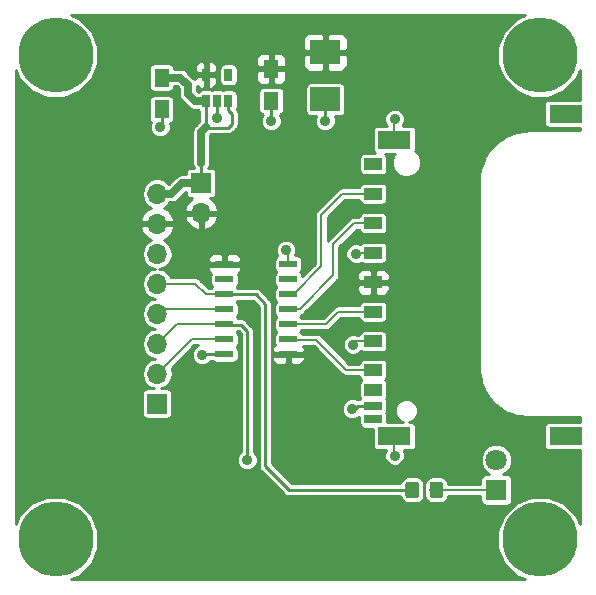
<source format=gtl>
G04 #@! TF.GenerationSoftware,KiCad,Pcbnew,(5.0.2)-1*
G04 #@! TF.CreationDate,2019-11-19T12:04:31-05:00*
G04 #@! TF.ProjectId,SD_CARD_X49,53445f43-4152-4445-9f58-34392e6b6963,X1*
G04 #@! TF.SameCoordinates,Original*
G04 #@! TF.FileFunction,Copper,L1,Top*
G04 #@! TF.FilePolarity,Positive*
%FSLAX46Y46*%
G04 Gerber Fmt 4.6, Leading zero omitted, Abs format (unit mm)*
G04 Created by KiCad (PCBNEW (5.0.2)-1) date 11/19/2019 12:04:31 PM*
%MOMM*%
%LPD*%
G01*
G04 APERTURE LIST*
G04 #@! TA.AperFunction,ComponentPad*
%ADD10C,6.350000*%
G04 #@! TD*
G04 #@! TA.AperFunction,SMDPad,CuDef*
%ADD11R,2.500000X2.000000*%
G04 #@! TD*
G04 #@! TA.AperFunction,SMDPad,CuDef*
%ADD12R,1.300000X1.500000*%
G04 #@! TD*
G04 #@! TA.AperFunction,ComponentPad*
%ADD13R,1.800000X1.800000*%
G04 #@! TD*
G04 #@! TA.AperFunction,ComponentPad*
%ADD14C,1.800000*%
G04 #@! TD*
G04 #@! TA.AperFunction,SMDPad,CuDef*
%ADD15R,1.500000X0.700000*%
G04 #@! TD*
G04 #@! TA.AperFunction,SMDPad,CuDef*
%ADD16R,1.500000X1.000000*%
G04 #@! TD*
G04 #@! TA.AperFunction,SMDPad,CuDef*
%ADD17R,2.800000X1.500000*%
G04 #@! TD*
G04 #@! TA.AperFunction,Conductor*
%ADD18C,0.150000*%
G04 #@! TD*
G04 #@! TA.AperFunction,SMDPad,CuDef*
%ADD19C,1.150000*%
G04 #@! TD*
G04 #@! TA.AperFunction,SMDPad,CuDef*
%ADD20R,0.650000X1.060000*%
G04 #@! TD*
G04 #@! TA.AperFunction,ComponentPad*
%ADD21R,1.700000X1.700000*%
G04 #@! TD*
G04 #@! TA.AperFunction,ComponentPad*
%ADD22O,1.700000X1.700000*%
G04 #@! TD*
G04 #@! TA.AperFunction,SMDPad,CuDef*
%ADD23R,1.500000X0.600000*%
G04 #@! TD*
G04 #@! TA.AperFunction,ViaPad*
%ADD24C,0.889000*%
G04 #@! TD*
G04 #@! TA.AperFunction,Conductor*
%ADD25C,0.203200*%
G04 #@! TD*
G04 #@! TA.AperFunction,Conductor*
%ADD26C,0.254000*%
G04 #@! TD*
G04 #@! TA.AperFunction,Conductor*
%ADD27C,0.635000*%
G04 #@! TD*
G04 APERTURE END LIST*
D10*
G04 #@! TO.P,MTG3,1*
G04 #@! TO.N,N/C*
X14000000Y-55000000D03*
G04 #@! TD*
G04 #@! TO.P,MTG4,1*
G04 #@! TO.N,N/C*
X55000000Y-55000000D03*
G04 #@! TD*
G04 #@! TO.P,MTG2,1*
G04 #@! TO.N,N/C*
X55000000Y-14000000D03*
G04 #@! TD*
G04 #@! TO.P,MTG1,1*
G04 #@! TO.N,N/C*
X14000000Y-14000000D03*
G04 #@! TD*
D11*
G04 #@! TO.P,C1,1*
G04 #@! TO.N,+3V3*
X36830000Y-13748000D03*
G04 #@! TO.P,C1,2*
G04 #@! TO.N,GND*
X36830000Y-17748000D03*
G04 #@! TD*
D12*
G04 #@! TO.P,C2,1*
G04 #@! TO.N,+3V3*
X32258000Y-15160000D03*
G04 #@! TO.P,C2,2*
G04 #@! TO.N,GND*
X32258000Y-17860000D03*
G04 #@! TD*
G04 #@! TO.P,C4,1*
G04 #@! TO.N,VCC*
X22968000Y-15892000D03*
G04 #@! TO.P,C4,2*
G04 #@! TO.N,GND*
X22968000Y-18592000D03*
G04 #@! TD*
D13*
G04 #@! TO.P,D1,1*
G04 #@! TO.N,Net-(D1-Pad1)*
X51308000Y-50800000D03*
D14*
G04 #@! TO.P,D1,2*
G04 #@! TO.N,/SCLK*
X51308000Y-48260000D03*
G04 #@! TD*
D15*
G04 #@! TO.P,J2,11*
G04 #@! TO.N,N/C*
X40888000Y-44827000D03*
G04 #@! TO.P,J2,10*
G04 #@! TO.N,/~CD*
X40888000Y-43687000D03*
D16*
G04 #@! TO.P,J2,2*
G04 #@! TO.N,Net-(J2-Pad2)*
X40888000Y-28227000D03*
G04 #@! TO.P,J2,1*
G04 #@! TO.N,Net-(J2-Pad1)*
X40888000Y-25727000D03*
G04 #@! TO.P,J2,3*
G04 #@! TO.N,GND*
X40888000Y-30727000D03*
G04 #@! TO.P,J2,4*
G04 #@! TO.N,+3V3*
X40888000Y-33227000D03*
G04 #@! TO.P,J2,5*
G04 #@! TO.N,Net-(J2-Pad5)*
X40888000Y-35727000D03*
G04 #@! TO.P,J2,6*
G04 #@! TO.N,GND*
X40888000Y-38227000D03*
G04 #@! TO.P,J2,7*
G04 #@! TO.N,Net-(J2-Pad7)*
X40888000Y-40647000D03*
G04 #@! TO.P,J2,8*
G04 #@! TO.N,N/C*
X40888000Y-42347000D03*
G04 #@! TO.P,J2,9*
X40888000Y-23227000D03*
D17*
G04 #@! TO.P,J2,12*
G04 #@! TO.N,GND*
X42688000Y-21157000D03*
G04 #@! TO.P,J2,13*
X42688000Y-46257000D03*
G04 #@! TO.P,J2,14*
G04 #@! TO.N,N/C*
X57188000Y-46257000D03*
G04 #@! TO.P,J2,15*
X57188000Y-18957000D03*
G04 #@! TD*
D18*
G04 #@! TO.N,/~SDCS*
G04 #@! TO.C,R1*
G36*
X44536505Y-50101204D02*
X44560773Y-50104804D01*
X44584572Y-50110765D01*
X44607671Y-50119030D01*
X44629850Y-50129520D01*
X44650893Y-50142132D01*
X44670599Y-50156747D01*
X44688777Y-50173223D01*
X44705253Y-50191401D01*
X44719868Y-50211107D01*
X44732480Y-50232150D01*
X44742970Y-50254329D01*
X44751235Y-50277428D01*
X44757196Y-50301227D01*
X44760796Y-50325495D01*
X44762000Y-50349999D01*
X44762000Y-51250001D01*
X44760796Y-51274505D01*
X44757196Y-51298773D01*
X44751235Y-51322572D01*
X44742970Y-51345671D01*
X44732480Y-51367850D01*
X44719868Y-51388893D01*
X44705253Y-51408599D01*
X44688777Y-51426777D01*
X44670599Y-51443253D01*
X44650893Y-51457868D01*
X44629850Y-51470480D01*
X44607671Y-51480970D01*
X44584572Y-51489235D01*
X44560773Y-51495196D01*
X44536505Y-51498796D01*
X44512001Y-51500000D01*
X43861999Y-51500000D01*
X43837495Y-51498796D01*
X43813227Y-51495196D01*
X43789428Y-51489235D01*
X43766329Y-51480970D01*
X43744150Y-51470480D01*
X43723107Y-51457868D01*
X43703401Y-51443253D01*
X43685223Y-51426777D01*
X43668747Y-51408599D01*
X43654132Y-51388893D01*
X43641520Y-51367850D01*
X43631030Y-51345671D01*
X43622765Y-51322572D01*
X43616804Y-51298773D01*
X43613204Y-51274505D01*
X43612000Y-51250001D01*
X43612000Y-50349999D01*
X43613204Y-50325495D01*
X43616804Y-50301227D01*
X43622765Y-50277428D01*
X43631030Y-50254329D01*
X43641520Y-50232150D01*
X43654132Y-50211107D01*
X43668747Y-50191401D01*
X43685223Y-50173223D01*
X43703401Y-50156747D01*
X43723107Y-50142132D01*
X43744150Y-50129520D01*
X43766329Y-50119030D01*
X43789428Y-50110765D01*
X43813227Y-50104804D01*
X43837495Y-50101204D01*
X43861999Y-50100000D01*
X44512001Y-50100000D01*
X44536505Y-50101204D01*
X44536505Y-50101204D01*
G37*
D19*
G04 #@! TD*
G04 #@! TO.P,R1,1*
G04 #@! TO.N,/~SDCS*
X44187000Y-50800000D03*
D18*
G04 #@! TO.N,Net-(D1-Pad1)*
G04 #@! TO.C,R1*
G36*
X46586505Y-50101204D02*
X46610773Y-50104804D01*
X46634572Y-50110765D01*
X46657671Y-50119030D01*
X46679850Y-50129520D01*
X46700893Y-50142132D01*
X46720599Y-50156747D01*
X46738777Y-50173223D01*
X46755253Y-50191401D01*
X46769868Y-50211107D01*
X46782480Y-50232150D01*
X46792970Y-50254329D01*
X46801235Y-50277428D01*
X46807196Y-50301227D01*
X46810796Y-50325495D01*
X46812000Y-50349999D01*
X46812000Y-51250001D01*
X46810796Y-51274505D01*
X46807196Y-51298773D01*
X46801235Y-51322572D01*
X46792970Y-51345671D01*
X46782480Y-51367850D01*
X46769868Y-51388893D01*
X46755253Y-51408599D01*
X46738777Y-51426777D01*
X46720599Y-51443253D01*
X46700893Y-51457868D01*
X46679850Y-51470480D01*
X46657671Y-51480970D01*
X46634572Y-51489235D01*
X46610773Y-51495196D01*
X46586505Y-51498796D01*
X46562001Y-51500000D01*
X45911999Y-51500000D01*
X45887495Y-51498796D01*
X45863227Y-51495196D01*
X45839428Y-51489235D01*
X45816329Y-51480970D01*
X45794150Y-51470480D01*
X45773107Y-51457868D01*
X45753401Y-51443253D01*
X45735223Y-51426777D01*
X45718747Y-51408599D01*
X45704132Y-51388893D01*
X45691520Y-51367850D01*
X45681030Y-51345671D01*
X45672765Y-51322572D01*
X45666804Y-51298773D01*
X45663204Y-51274505D01*
X45662000Y-51250001D01*
X45662000Y-50349999D01*
X45663204Y-50325495D01*
X45666804Y-50301227D01*
X45672765Y-50277428D01*
X45681030Y-50254329D01*
X45691520Y-50232150D01*
X45704132Y-50211107D01*
X45718747Y-50191401D01*
X45735223Y-50173223D01*
X45753401Y-50156747D01*
X45773107Y-50142132D01*
X45794150Y-50129520D01*
X45816329Y-50119030D01*
X45839428Y-50110765D01*
X45863227Y-50104804D01*
X45887495Y-50101204D01*
X45911999Y-50100000D01*
X46562001Y-50100000D01*
X46586505Y-50101204D01*
X46586505Y-50101204D01*
G37*
D19*
G04 #@! TD*
G04 #@! TO.P,R1,2*
G04 #@! TO.N,Net-(D1-Pad1)*
X46237000Y-50800000D03*
D20*
G04 #@! TO.P,U2,1*
G04 #@! TO.N,VCC*
X26736000Y-17864000D03*
G04 #@! TO.P,U2,2*
G04 #@! TO.N,GND*
X27686000Y-17864000D03*
G04 #@! TO.P,U2,3*
G04 #@! TO.N,VCC*
X28636000Y-17864000D03*
G04 #@! TO.P,U2,4*
G04 #@! TO.N,N/C*
X28636000Y-15664000D03*
G04 #@! TO.P,U2,5*
G04 #@! TO.N,+3V3*
X26736000Y-15664000D03*
G04 #@! TD*
D21*
G04 #@! TO.P,J1,1*
G04 #@! TO.N,GND*
X22600000Y-43500000D03*
D22*
G04 #@! TO.P,J1,2*
G04 #@! TO.N,/MISO*
X22600000Y-40960000D03*
G04 #@! TO.P,J1,3*
G04 #@! TO.N,/SCLK*
X22600000Y-38420000D03*
G04 #@! TO.P,J1,4*
G04 #@! TO.N,/MOSI*
X22600000Y-35880000D03*
G04 #@! TO.P,J1,5*
G04 #@! TO.N,/~SDCS*
X22600000Y-33340000D03*
G04 #@! TO.P,J1,6*
G04 #@! TO.N,/~CD*
X22600000Y-30800000D03*
G04 #@! TO.P,J1,7*
G04 #@! TO.N,+3V3*
X22600000Y-28260000D03*
G04 #@! TO.P,J1,8*
G04 #@! TO.N,VCC*
X22600000Y-25720000D03*
G04 #@! TD*
D23*
G04 #@! TO.P,U1,1*
G04 #@! TO.N,+3V3*
X33700000Y-39310000D03*
G04 #@! TO.P,U1,2*
G04 #@! TO.N,Net-(J2-Pad7)*
X33700000Y-38040000D03*
G04 #@! TO.P,U1,3*
G04 #@! TO.N,Net-(J2-Pad5)*
X33700000Y-36770000D03*
G04 #@! TO.P,U1,4*
G04 #@! TO.N,Net-(J2-Pad2)*
X33700000Y-35500000D03*
G04 #@! TO.P,U1,5*
G04 #@! TO.N,Net-(J2-Pad1)*
X33700000Y-34230000D03*
G04 #@! TO.P,U1,6*
G04 #@! TO.N,N/C*
X33700000Y-32960000D03*
G04 #@! TO.P,U1,7*
G04 #@! TO.N,GND*
X33700000Y-31690000D03*
G04 #@! TO.P,U1,8*
G04 #@! TO.N,+3V3*
X28300000Y-31690000D03*
G04 #@! TO.P,U1,9*
G04 #@! TO.N,N/C*
X28300000Y-32960000D03*
G04 #@! TO.P,U1,10*
G04 #@! TO.N,/~SDCS*
X28300000Y-34230000D03*
G04 #@! TO.P,U1,11*
G04 #@! TO.N,/MOSI*
X28300000Y-35500000D03*
G04 #@! TO.P,U1,12*
G04 #@! TO.N,/SCLK*
X28300000Y-36770000D03*
G04 #@! TO.P,U1,13*
G04 #@! TO.N,/MISO*
X28300000Y-38040000D03*
G04 #@! TO.P,U1,14*
G04 #@! TO.N,VCC*
X28300000Y-39310000D03*
G04 #@! TD*
D21*
G04 #@! TO.P,J3,1*
G04 #@! TO.N,VCC*
X26325001Y-24825001D03*
D22*
G04 #@! TO.P,J3,2*
G04 #@! TO.N,+3V3*
X26325001Y-27365001D03*
G04 #@! TD*
D24*
G04 #@! TO.N,GND*
X39400000Y-30800000D03*
X42700000Y-19400000D03*
X42700000Y-47900000D03*
X39200000Y-38500100D03*
X33500000Y-30500000D03*
X36830000Y-19558000D03*
X32258000Y-19558000D03*
X27686000Y-19304000D03*
X22860000Y-20066000D03*
G04 #@! TO.N,VCC*
X26416000Y-39370000D03*
G04 #@! TO.N,/SCLK*
X30226000Y-48260000D03*
G04 #@! TO.N,/~CD*
X39116000Y-43942000D03*
G04 #@! TD*
D25*
G04 #@! TO.N,GND*
X40888000Y-30727000D02*
X39473000Y-30727000D01*
X39473000Y-30727000D02*
X39400000Y-30800000D01*
X42688000Y-21157000D02*
X42688000Y-19412000D01*
X42688000Y-19412000D02*
X42700000Y-19400000D01*
X42688000Y-46257000D02*
X42688000Y-47888000D01*
X42688000Y-47888000D02*
X42700000Y-47900000D01*
X40888000Y-38227000D02*
X39473100Y-38227000D01*
X39473100Y-38227000D02*
X39200000Y-38500100D01*
X33700000Y-31690000D02*
X33700000Y-30700000D01*
X33700000Y-30700000D02*
X33500000Y-30500000D01*
D26*
X36830000Y-17748000D02*
X36830000Y-19558000D01*
X32258000Y-17860000D02*
X32258000Y-19558000D01*
X27686000Y-17864000D02*
X27686000Y-19304000D01*
X22968000Y-18592000D02*
X22968000Y-19958000D01*
X22968000Y-19958000D02*
X22860000Y-20066000D01*
D25*
G04 #@! TO.N,Net-(D1-Pad1)*
X46237000Y-50800000D02*
X51308000Y-50800000D01*
D27*
G04 #@! TO.N,VCC*
X22600000Y-25720000D02*
X23810000Y-25720000D01*
X24704999Y-24825001D02*
X26325001Y-24825001D01*
X23810000Y-25720000D02*
X24704999Y-24825001D01*
D26*
X28300000Y-39310000D02*
X26476000Y-39310000D01*
X26476000Y-39310000D02*
X26416000Y-39370000D01*
D27*
X26325001Y-20476999D02*
X26736000Y-20066000D01*
X26325001Y-23114000D02*
X26325001Y-20476999D01*
D26*
X26736000Y-17864000D02*
X26736000Y-20066000D01*
X26325001Y-23114000D02*
X26325001Y-24825001D01*
X28636000Y-18648000D02*
X28636000Y-17864000D01*
X28956000Y-18968000D02*
X28636000Y-18648000D01*
X28956000Y-19812000D02*
X28956000Y-18968000D01*
X28638499Y-20129501D02*
X28956000Y-19812000D01*
X26672499Y-20129501D02*
X28638499Y-20129501D01*
X26325001Y-20476999D02*
X26672499Y-20129501D01*
D27*
X26736000Y-17864000D02*
X25776000Y-17864000D01*
X25776000Y-17864000D02*
X25184000Y-17272000D01*
X24566000Y-15892000D02*
X25184000Y-16510000D01*
X22968000Y-15892000D02*
X24566000Y-15892000D01*
X25184000Y-17272000D02*
X25184000Y-16510000D01*
D25*
G04 #@! TO.N,/~SDCS*
X25840000Y-33340000D02*
X22600000Y-33340000D01*
X28300000Y-34230000D02*
X26730000Y-34230000D01*
X26730000Y-34230000D02*
X25840000Y-33340000D01*
D26*
X33782000Y-50800000D02*
X44187000Y-50800000D01*
X31750000Y-48768000D02*
X33782000Y-50800000D01*
X31750000Y-35052000D02*
X31750000Y-48768000D01*
X30928000Y-34230000D02*
X31750000Y-35052000D01*
X28300000Y-34230000D02*
X30928000Y-34230000D01*
D25*
G04 #@! TO.N,/MOSI*
X22980000Y-35500000D02*
X22600000Y-35880000D01*
X28300000Y-35500000D02*
X22980000Y-35500000D01*
G04 #@! TO.N,/SCLK*
X24250000Y-36770000D02*
X22600000Y-38420000D01*
X28300000Y-36770000D02*
X24250000Y-36770000D01*
D26*
X28750000Y-36770000D02*
X28810000Y-36830000D01*
X28300000Y-36770000D02*
X28750000Y-36770000D01*
X28810000Y-36830000D02*
X29718000Y-36830000D01*
X29718000Y-36830000D02*
X30226000Y-37338000D01*
X30226000Y-37338000D02*
X30226000Y-48260000D01*
D25*
G04 #@! TO.N,/MISO*
X25520000Y-38040000D02*
X22600000Y-40960000D01*
X28300000Y-38040000D02*
X25520000Y-38040000D01*
G04 #@! TO.N,Net-(J2-Pad2)*
X34653200Y-35500000D02*
X37500000Y-32653200D01*
X33700000Y-35500000D02*
X34653200Y-35500000D01*
X37500000Y-32653200D02*
X37500000Y-30000000D01*
X39273000Y-28227000D02*
X40888000Y-28227000D01*
X37500000Y-30000000D02*
X39273000Y-28227000D01*
G04 #@! TO.N,Net-(J2-Pad1)*
X34150000Y-34230000D02*
X36500000Y-31880000D01*
X33700000Y-34230000D02*
X34150000Y-34230000D01*
X36500000Y-31880000D02*
X36500000Y-27500000D01*
X38273000Y-25727000D02*
X40888000Y-25727000D01*
X36500000Y-27500000D02*
X38273000Y-25727000D01*
G04 #@! TO.N,Net-(J2-Pad5)*
X33700000Y-36770000D02*
X36890000Y-36770000D01*
X37933000Y-35727000D02*
X40888000Y-35727000D01*
X36890000Y-36770000D02*
X37933000Y-35727000D01*
G04 #@! TO.N,Net-(J2-Pad7)*
X38615000Y-40647000D02*
X40888000Y-40647000D01*
X34150000Y-38040000D02*
X34210000Y-38100000D01*
X33700000Y-38040000D02*
X34150000Y-38040000D01*
X36068000Y-38100000D02*
X38615000Y-40647000D01*
X34210000Y-38100000D02*
X36068000Y-38100000D01*
D26*
G04 #@! TO.N,/~CD*
X39116000Y-43942000D02*
X39370000Y-43942000D01*
X39625000Y-43687000D02*
X40888000Y-43687000D01*
X39370000Y-43942000D02*
X39625000Y-43687000D01*
G04 #@! TD*
G04 #@! TO.N,+3V3*
G36*
X52956912Y-10942303D02*
X51942303Y-11956912D01*
X51393200Y-13282563D01*
X51393200Y-14717437D01*
X51942303Y-16043088D01*
X52956912Y-17057697D01*
X54282563Y-17606800D01*
X55717437Y-17606800D01*
X57043088Y-17057697D01*
X58057697Y-16043088D01*
X58377700Y-15270533D01*
X58377701Y-17766741D01*
X55788000Y-17766741D01*
X55619520Y-17800254D01*
X55476690Y-17895690D01*
X55381254Y-18038520D01*
X55347741Y-18207000D01*
X55347741Y-19707000D01*
X55381254Y-19875480D01*
X55476690Y-20018310D01*
X55619520Y-20113746D01*
X55788000Y-20147259D01*
X58377701Y-20147259D01*
X58377701Y-20377700D01*
X53938712Y-20377700D01*
X53930117Y-20379410D01*
X53787250Y-20383400D01*
X53779683Y-20384436D01*
X53772055Y-20384010D01*
X53702987Y-20391513D01*
X52957143Y-20514987D01*
X52925728Y-20523758D01*
X52893525Y-20528974D01*
X52827679Y-20551134D01*
X52125748Y-20831886D01*
X52096948Y-20847199D01*
X52066617Y-20859208D01*
X52007065Y-20894991D01*
X51381796Y-21319924D01*
X51356960Y-21341061D01*
X51329911Y-21359306D01*
X51279432Y-21407042D01*
X50759998Y-21956328D01*
X50740279Y-21982306D01*
X50717780Y-22005933D01*
X50678730Y-22063395D01*
X50289364Y-22711410D01*
X50275683Y-22741019D01*
X50258784Y-22768922D01*
X50232983Y-22833429D01*
X49991851Y-23549937D01*
X49984847Y-23581794D01*
X49974334Y-23612675D01*
X49962987Y-23681218D01*
X49942398Y-23870743D01*
X49902436Y-23918697D01*
X49878749Y-23962222D01*
X49873046Y-24003431D01*
X49883960Y-24407231D01*
X49877707Y-24438646D01*
X49875976Y-40592003D01*
X49877975Y-40602056D01*
X49887350Y-40889646D01*
X49889373Y-40903922D01*
X49888949Y-40918331D01*
X49898273Y-40987178D01*
X50037799Y-41710871D01*
X50047396Y-41742041D01*
X50053460Y-41774098D01*
X50077351Y-41839336D01*
X50369024Y-42516185D01*
X50380581Y-42536602D01*
X50384023Y-42551753D01*
X50394433Y-42566456D01*
X50397897Y-42574573D01*
X50435239Y-42633160D01*
X50865451Y-43231588D01*
X50887236Y-43255858D01*
X50906188Y-43282415D01*
X50955240Y-43331616D01*
X51503920Y-43823702D01*
X51530413Y-43842730D01*
X51554622Y-43864595D01*
X51613095Y-43902116D01*
X52254644Y-44264901D01*
X52284604Y-44277796D01*
X52312943Y-44293952D01*
X52378109Y-44318041D01*
X53082594Y-44534600D01*
X53114623Y-44540761D01*
X53145772Y-44550455D01*
X53214590Y-44559989D01*
X53913597Y-44617304D01*
X53938712Y-44622300D01*
X58377700Y-44622300D01*
X58377700Y-45066741D01*
X55788000Y-45066741D01*
X55619520Y-45100254D01*
X55476690Y-45195690D01*
X55381254Y-45338520D01*
X55347741Y-45507000D01*
X55347741Y-47007000D01*
X55381254Y-47175480D01*
X55476690Y-47318310D01*
X55619520Y-47413746D01*
X55788000Y-47447259D01*
X58377700Y-47447259D01*
X58377701Y-53729469D01*
X58057697Y-52956912D01*
X57043088Y-51942303D01*
X55717437Y-51393200D01*
X54282563Y-51393200D01*
X52956912Y-51942303D01*
X51942303Y-52956912D01*
X51393200Y-54282563D01*
X51393200Y-55717437D01*
X51942303Y-57043088D01*
X52956912Y-58057697D01*
X53729467Y-58377700D01*
X15270533Y-58377700D01*
X16043088Y-58057697D01*
X17057697Y-57043088D01*
X17606800Y-55717437D01*
X17606800Y-54282563D01*
X17057697Y-52956912D01*
X16043088Y-51942303D01*
X14717437Y-51393200D01*
X13282563Y-51393200D01*
X11956912Y-51942303D01*
X10942303Y-52956912D01*
X10622300Y-53729467D01*
X10622300Y-28616890D01*
X21158524Y-28616890D01*
X21328355Y-29026924D01*
X21718642Y-29455183D01*
X22063266Y-29617028D01*
X21675874Y-29875874D01*
X21392572Y-30299867D01*
X21293089Y-30800000D01*
X21392572Y-31300133D01*
X21675874Y-31724126D01*
X22099867Y-32007428D01*
X22414437Y-32070000D01*
X22099867Y-32132572D01*
X21675874Y-32415874D01*
X21392572Y-32839867D01*
X21293089Y-33340000D01*
X21392572Y-33840133D01*
X21675874Y-34264126D01*
X22099867Y-34547428D01*
X22414437Y-34610000D01*
X22099867Y-34672572D01*
X21675874Y-34955874D01*
X21392572Y-35379867D01*
X21293089Y-35880000D01*
X21392572Y-36380133D01*
X21675874Y-36804126D01*
X22099867Y-37087428D01*
X22414437Y-37150000D01*
X22099867Y-37212572D01*
X21675874Y-37495874D01*
X21392572Y-37919867D01*
X21293089Y-38420000D01*
X21392572Y-38920133D01*
X21675874Y-39344126D01*
X22099867Y-39627428D01*
X22414437Y-39690000D01*
X22099867Y-39752572D01*
X21675874Y-40035874D01*
X21392572Y-40459867D01*
X21293089Y-40960000D01*
X21392572Y-41460133D01*
X21675874Y-41884126D01*
X22099867Y-42167428D01*
X22312588Y-42209741D01*
X21750000Y-42209741D01*
X21581520Y-42243254D01*
X21438690Y-42338690D01*
X21343254Y-42481520D01*
X21309741Y-42650000D01*
X21309741Y-44350000D01*
X21343254Y-44518480D01*
X21438690Y-44661310D01*
X21581520Y-44756746D01*
X21750000Y-44790259D01*
X23450000Y-44790259D01*
X23618480Y-44756746D01*
X23761310Y-44661310D01*
X23856746Y-44518480D01*
X23890259Y-44350000D01*
X23890259Y-42650000D01*
X23856746Y-42481520D01*
X23761310Y-42338690D01*
X23618480Y-42243254D01*
X23450000Y-42209741D01*
X22887412Y-42209741D01*
X23100133Y-42167428D01*
X23524126Y-41884126D01*
X23807428Y-41460133D01*
X23906911Y-40960000D01*
X23815233Y-40499107D01*
X25740942Y-38573400D01*
X26049281Y-38573400D01*
X25919616Y-38627109D01*
X25673109Y-38873616D01*
X25539700Y-39195693D01*
X25539700Y-39544307D01*
X25673109Y-39866384D01*
X25919616Y-40112891D01*
X26241693Y-40246300D01*
X26590307Y-40246300D01*
X26912384Y-40112891D01*
X27156475Y-39868800D01*
X27203604Y-39868800D01*
X27238690Y-39921310D01*
X27381520Y-40016746D01*
X27550000Y-40050259D01*
X29050000Y-40050259D01*
X29218480Y-40016746D01*
X29361310Y-39921310D01*
X29456746Y-39778480D01*
X29490259Y-39610000D01*
X29490259Y-39010000D01*
X29456746Y-38841520D01*
X29361310Y-38698690D01*
X29325855Y-38675000D01*
X29361310Y-38651310D01*
X29456746Y-38508480D01*
X29490259Y-38340000D01*
X29490259Y-37740000D01*
X29456746Y-37571520D01*
X29361310Y-37428690D01*
X29325855Y-37405000D01*
X29350100Y-37388800D01*
X29486539Y-37388800D01*
X29667200Y-37569462D01*
X29667201Y-47579524D01*
X29483109Y-47763616D01*
X29349700Y-48085693D01*
X29349700Y-48434307D01*
X29483109Y-48756384D01*
X29729616Y-49002891D01*
X30051693Y-49136300D01*
X30400307Y-49136300D01*
X30722384Y-49002891D01*
X30968891Y-48756384D01*
X31102300Y-48434307D01*
X31102300Y-48085693D01*
X30968891Y-47763616D01*
X30784800Y-47579525D01*
X30784800Y-37393029D01*
X30795746Y-37337999D01*
X30784800Y-37282969D01*
X30784800Y-37282965D01*
X30752378Y-37119967D01*
X30628872Y-36935128D01*
X30582214Y-36903952D01*
X30152050Y-36473789D01*
X30120872Y-36427128D01*
X29936033Y-36303622D01*
X29773035Y-36271200D01*
X29718000Y-36260253D01*
X29662965Y-36271200D01*
X29436487Y-36271200D01*
X29361310Y-36158690D01*
X29325855Y-36135000D01*
X29361310Y-36111310D01*
X29456746Y-35968480D01*
X29490259Y-35800000D01*
X29490259Y-35200000D01*
X29456746Y-35031520D01*
X29361310Y-34888690D01*
X29325855Y-34865000D01*
X29361310Y-34841310D01*
X29396396Y-34788800D01*
X30696539Y-34788800D01*
X31191200Y-35283463D01*
X31191201Y-48712960D01*
X31180253Y-48768000D01*
X31223622Y-48986032D01*
X31223623Y-48986033D01*
X31347129Y-49170872D01*
X31393787Y-49202048D01*
X33347952Y-51156214D01*
X33379128Y-51202872D01*
X33528158Y-51302451D01*
X33563967Y-51326378D01*
X33782000Y-51369747D01*
X33837035Y-51358800D01*
X43193383Y-51358800D01*
X43224284Y-51514151D01*
X43373913Y-51738087D01*
X43597849Y-51887716D01*
X43861999Y-51940259D01*
X44512001Y-51940259D01*
X44776151Y-51887716D01*
X45000087Y-51738087D01*
X45149716Y-51514151D01*
X45202259Y-51250001D01*
X45202259Y-50349999D01*
X45221741Y-50349999D01*
X45221741Y-51250001D01*
X45274284Y-51514151D01*
X45423913Y-51738087D01*
X45647849Y-51887716D01*
X45911999Y-51940259D01*
X46562001Y-51940259D01*
X46826151Y-51887716D01*
X47050087Y-51738087D01*
X47199716Y-51514151D01*
X47235670Y-51333400D01*
X49967741Y-51333400D01*
X49967741Y-51700000D01*
X50001254Y-51868480D01*
X50096690Y-52011310D01*
X50239520Y-52106746D01*
X50408000Y-52140259D01*
X52208000Y-52140259D01*
X52376480Y-52106746D01*
X52519310Y-52011310D01*
X52614746Y-51868480D01*
X52648259Y-51700000D01*
X52648259Y-49900000D01*
X52614746Y-49731520D01*
X52519310Y-49588690D01*
X52376480Y-49493254D01*
X52208000Y-49459741D01*
X51891731Y-49459741D01*
X52062404Y-49389046D01*
X52437046Y-49014404D01*
X52639800Y-48524912D01*
X52639800Y-47995088D01*
X52437046Y-47505596D01*
X52062404Y-47130954D01*
X51572912Y-46928200D01*
X51043088Y-46928200D01*
X50553596Y-47130954D01*
X50178954Y-47505596D01*
X49976200Y-47995088D01*
X49976200Y-48524912D01*
X50178954Y-49014404D01*
X50553596Y-49389046D01*
X50724269Y-49459741D01*
X50408000Y-49459741D01*
X50239520Y-49493254D01*
X50096690Y-49588690D01*
X50001254Y-49731520D01*
X49967741Y-49900000D01*
X49967741Y-50266600D01*
X47235670Y-50266600D01*
X47199716Y-50085849D01*
X47050087Y-49861913D01*
X46826151Y-49712284D01*
X46562001Y-49659741D01*
X45911999Y-49659741D01*
X45647849Y-49712284D01*
X45423913Y-49861913D01*
X45274284Y-50085849D01*
X45221741Y-50349999D01*
X45202259Y-50349999D01*
X45149716Y-50085849D01*
X45000087Y-49861913D01*
X44776151Y-49712284D01*
X44512001Y-49659741D01*
X43861999Y-49659741D01*
X43597849Y-49712284D01*
X43373913Y-49861913D01*
X43224284Y-50085849D01*
X43193383Y-50241200D01*
X34013462Y-50241200D01*
X32308800Y-48536539D01*
X32308800Y-39595750D01*
X32315000Y-39595750D01*
X32315000Y-39736310D01*
X32411673Y-39969699D01*
X32590302Y-40148327D01*
X32823691Y-40245000D01*
X33414250Y-40245000D01*
X33573000Y-40086250D01*
X33573000Y-39437000D01*
X33827000Y-39437000D01*
X33827000Y-40086250D01*
X33985750Y-40245000D01*
X34576309Y-40245000D01*
X34809698Y-40148327D01*
X34988327Y-39969699D01*
X35085000Y-39736310D01*
X35085000Y-39595750D01*
X34926250Y-39437000D01*
X33827000Y-39437000D01*
X33573000Y-39437000D01*
X32473750Y-39437000D01*
X32315000Y-39595750D01*
X32308800Y-39595750D01*
X32308800Y-38883690D01*
X32315000Y-38883690D01*
X32315000Y-39024250D01*
X32473750Y-39183000D01*
X33573000Y-39183000D01*
X33573000Y-39163000D01*
X33827000Y-39163000D01*
X33827000Y-39183000D01*
X34926250Y-39183000D01*
X35085000Y-39024250D01*
X35085000Y-38883690D01*
X34988327Y-38650301D01*
X34971426Y-38633400D01*
X35847060Y-38633400D01*
X38200685Y-40987025D01*
X38230441Y-41031559D01*
X38406878Y-41149451D01*
X38562469Y-41180400D01*
X38562473Y-41180400D01*
X38615000Y-41190848D01*
X38667527Y-41180400D01*
X39704385Y-41180400D01*
X39731254Y-41315480D01*
X39826690Y-41458310D01*
X39884594Y-41497000D01*
X39826690Y-41535690D01*
X39731254Y-41678520D01*
X39697741Y-41847000D01*
X39697741Y-42847000D01*
X39731254Y-43015480D01*
X39782383Y-43092000D01*
X39758195Y-43128200D01*
X39680029Y-43128200D01*
X39624999Y-43117254D01*
X39569969Y-43128200D01*
X39569965Y-43128200D01*
X39482971Y-43145504D01*
X39290307Y-43065700D01*
X38941693Y-43065700D01*
X38619616Y-43199109D01*
X38373109Y-43445616D01*
X38239700Y-43767693D01*
X38239700Y-44116307D01*
X38373109Y-44438384D01*
X38619616Y-44684891D01*
X38941693Y-44818300D01*
X39290307Y-44818300D01*
X39612384Y-44684891D01*
X39697741Y-44599534D01*
X39697741Y-45177000D01*
X39731254Y-45345480D01*
X39826690Y-45488310D01*
X39969520Y-45583746D01*
X40138000Y-45617259D01*
X40847741Y-45617259D01*
X40847741Y-47007000D01*
X40881254Y-47175480D01*
X40976690Y-47318310D01*
X41119520Y-47413746D01*
X41288000Y-47447259D01*
X41939031Y-47447259D01*
X41823700Y-47725693D01*
X41823700Y-48074307D01*
X41957109Y-48396384D01*
X42203616Y-48642891D01*
X42525693Y-48776300D01*
X42874307Y-48776300D01*
X43196384Y-48642891D01*
X43442891Y-48396384D01*
X43576300Y-48074307D01*
X43576300Y-47725693D01*
X43460969Y-47447259D01*
X44088000Y-47447259D01*
X44256480Y-47413746D01*
X44399310Y-47318310D01*
X44494746Y-47175480D01*
X44528259Y-47007000D01*
X44528259Y-45507000D01*
X44494746Y-45338520D01*
X44399310Y-45195690D01*
X44256480Y-45100254D01*
X44088000Y-45066741D01*
X43936547Y-45066741D01*
X44244145Y-44939330D01*
X44520330Y-44663145D01*
X44669800Y-44302292D01*
X44669800Y-43911708D01*
X44520330Y-43550855D01*
X44244145Y-43274670D01*
X43883292Y-43125200D01*
X43492708Y-43125200D01*
X43131855Y-43274670D01*
X42855670Y-43550855D01*
X42706200Y-43911708D01*
X42706200Y-44302292D01*
X42855670Y-44663145D01*
X43131855Y-44939330D01*
X43439453Y-45066741D01*
X42078259Y-45066741D01*
X42078259Y-44477000D01*
X42044746Y-44308520D01*
X42010321Y-44257000D01*
X42044746Y-44205480D01*
X42078259Y-44037000D01*
X42078259Y-43337000D01*
X42044746Y-43168520D01*
X41993617Y-43092000D01*
X42044746Y-43015480D01*
X42078259Y-42847000D01*
X42078259Y-41847000D01*
X42044746Y-41678520D01*
X41949310Y-41535690D01*
X41891406Y-41497000D01*
X41949310Y-41458310D01*
X42044746Y-41315480D01*
X42078259Y-41147000D01*
X42078259Y-40147000D01*
X42044746Y-39978520D01*
X41949310Y-39835690D01*
X41806480Y-39740254D01*
X41638000Y-39706741D01*
X40138000Y-39706741D01*
X39969520Y-39740254D01*
X39826690Y-39835690D01*
X39731254Y-39978520D01*
X39704385Y-40113600D01*
X38835941Y-40113600D01*
X37048134Y-38325793D01*
X38323700Y-38325793D01*
X38323700Y-38674407D01*
X38457109Y-38996484D01*
X38703616Y-39242991D01*
X39025693Y-39376400D01*
X39374307Y-39376400D01*
X39696384Y-39242991D01*
X39871275Y-39068100D01*
X39969520Y-39133746D01*
X40138000Y-39167259D01*
X41638000Y-39167259D01*
X41806480Y-39133746D01*
X41949310Y-39038310D01*
X42044746Y-38895480D01*
X42078259Y-38727000D01*
X42078259Y-37727000D01*
X42044746Y-37558520D01*
X41949310Y-37415690D01*
X41806480Y-37320254D01*
X41638000Y-37286741D01*
X40138000Y-37286741D01*
X39969520Y-37320254D01*
X39826690Y-37415690D01*
X39731254Y-37558520D01*
X39704385Y-37693600D01*
X39542819Y-37693600D01*
X39374307Y-37623800D01*
X39025693Y-37623800D01*
X38703616Y-37757209D01*
X38457109Y-38003716D01*
X38323700Y-38325793D01*
X37048134Y-38325793D01*
X36482317Y-37759977D01*
X36452559Y-37715441D01*
X36276122Y-37597549D01*
X36120531Y-37566600D01*
X36120526Y-37566600D01*
X36068000Y-37556152D01*
X36015474Y-37566600D01*
X34853459Y-37566600D01*
X34761310Y-37428690D01*
X34725855Y-37405000D01*
X34761310Y-37381310D01*
X34813368Y-37303400D01*
X36837474Y-37303400D01*
X36890000Y-37313848D01*
X36942526Y-37303400D01*
X36942531Y-37303400D01*
X37098122Y-37272451D01*
X37274559Y-37154559D01*
X37304317Y-37110023D01*
X38153941Y-36260400D01*
X39704385Y-36260400D01*
X39731254Y-36395480D01*
X39826690Y-36538310D01*
X39969520Y-36633746D01*
X40138000Y-36667259D01*
X41638000Y-36667259D01*
X41806480Y-36633746D01*
X41949310Y-36538310D01*
X42044746Y-36395480D01*
X42078259Y-36227000D01*
X42078259Y-35227000D01*
X42044746Y-35058520D01*
X41949310Y-34915690D01*
X41806480Y-34820254D01*
X41638000Y-34786741D01*
X40138000Y-34786741D01*
X39969520Y-34820254D01*
X39826690Y-34915690D01*
X39731254Y-35058520D01*
X39704385Y-35193600D01*
X37985527Y-35193600D01*
X37933000Y-35183152D01*
X37880473Y-35193600D01*
X37880469Y-35193600D01*
X37724878Y-35224549D01*
X37548441Y-35342441D01*
X37518684Y-35386975D01*
X36669060Y-36236600D01*
X34813368Y-36236600D01*
X34761310Y-36158690D01*
X34725855Y-36135000D01*
X34761310Y-36111310D01*
X34829867Y-36008708D01*
X34861322Y-36002451D01*
X35037759Y-35884559D01*
X35067517Y-35840023D01*
X37394790Y-33512750D01*
X39503000Y-33512750D01*
X39503000Y-33853309D01*
X39599673Y-34086698D01*
X39778301Y-34265327D01*
X40011690Y-34362000D01*
X40602250Y-34362000D01*
X40761000Y-34203250D01*
X40761000Y-33354000D01*
X41015000Y-33354000D01*
X41015000Y-34203250D01*
X41173750Y-34362000D01*
X41764310Y-34362000D01*
X41997699Y-34265327D01*
X42176327Y-34086698D01*
X42273000Y-33853309D01*
X42273000Y-33512750D01*
X42114250Y-33354000D01*
X41015000Y-33354000D01*
X40761000Y-33354000D01*
X39661750Y-33354000D01*
X39503000Y-33512750D01*
X37394790Y-33512750D01*
X37840026Y-33067515D01*
X37884559Y-33037759D01*
X38002451Y-32861322D01*
X38033400Y-32705731D01*
X38033400Y-32705727D01*
X38043848Y-32653201D01*
X38033404Y-32600691D01*
X39503000Y-32600691D01*
X39503000Y-32941250D01*
X39661750Y-33100000D01*
X40761000Y-33100000D01*
X40761000Y-32250750D01*
X41015000Y-32250750D01*
X41015000Y-33100000D01*
X42114250Y-33100000D01*
X42273000Y-32941250D01*
X42273000Y-32600691D01*
X42176327Y-32367302D01*
X41997699Y-32188673D01*
X41764310Y-32092000D01*
X41173750Y-32092000D01*
X41015000Y-32250750D01*
X40761000Y-32250750D01*
X40602250Y-32092000D01*
X40011690Y-32092000D01*
X39778301Y-32188673D01*
X39599673Y-32367302D01*
X39503000Y-32600691D01*
X38033404Y-32600691D01*
X38033400Y-32600675D01*
X38033400Y-30625693D01*
X38523700Y-30625693D01*
X38523700Y-30974307D01*
X38657109Y-31296384D01*
X38903616Y-31542891D01*
X39225693Y-31676300D01*
X39574307Y-31676300D01*
X39857593Y-31558959D01*
X39969520Y-31633746D01*
X40138000Y-31667259D01*
X41638000Y-31667259D01*
X41806480Y-31633746D01*
X41949310Y-31538310D01*
X42044746Y-31395480D01*
X42078259Y-31227000D01*
X42078259Y-30227000D01*
X42044746Y-30058520D01*
X41949310Y-29915690D01*
X41806480Y-29820254D01*
X41638000Y-29786741D01*
X40138000Y-29786741D01*
X39969520Y-29820254D01*
X39826690Y-29915690D01*
X39767788Y-30003843D01*
X39574307Y-29923700D01*
X39225693Y-29923700D01*
X38903616Y-30057109D01*
X38657109Y-30303616D01*
X38523700Y-30625693D01*
X38033400Y-30625693D01*
X38033400Y-30220940D01*
X39493942Y-28760400D01*
X39704385Y-28760400D01*
X39731254Y-28895480D01*
X39826690Y-29038310D01*
X39969520Y-29133746D01*
X40138000Y-29167259D01*
X41638000Y-29167259D01*
X41806480Y-29133746D01*
X41949310Y-29038310D01*
X42044746Y-28895480D01*
X42078259Y-28727000D01*
X42078259Y-27727000D01*
X42044746Y-27558520D01*
X41949310Y-27415690D01*
X41806480Y-27320254D01*
X41638000Y-27286741D01*
X40138000Y-27286741D01*
X39969520Y-27320254D01*
X39826690Y-27415690D01*
X39731254Y-27558520D01*
X39704385Y-27693600D01*
X39325527Y-27693600D01*
X39273000Y-27683152D01*
X39220473Y-27693600D01*
X39220469Y-27693600D01*
X39078241Y-27721891D01*
X39064878Y-27724549D01*
X38932974Y-27812684D01*
X38932971Y-27812687D01*
X38888441Y-27842441D01*
X38858686Y-27886972D01*
X37159975Y-29585685D01*
X37115442Y-29615441D01*
X37085686Y-29659974D01*
X37085685Y-29659975D01*
X37033400Y-29738225D01*
X37033400Y-27720940D01*
X38493942Y-26260400D01*
X39704385Y-26260400D01*
X39731254Y-26395480D01*
X39826690Y-26538310D01*
X39969520Y-26633746D01*
X40138000Y-26667259D01*
X41638000Y-26667259D01*
X41806480Y-26633746D01*
X41949310Y-26538310D01*
X42044746Y-26395480D01*
X42078259Y-26227000D01*
X42078259Y-25227000D01*
X42044746Y-25058520D01*
X41949310Y-24915690D01*
X41806480Y-24820254D01*
X41638000Y-24786741D01*
X40138000Y-24786741D01*
X39969520Y-24820254D01*
X39826690Y-24915690D01*
X39731254Y-25058520D01*
X39704385Y-25193600D01*
X38325527Y-25193600D01*
X38273000Y-25183152D01*
X38220473Y-25193600D01*
X38220469Y-25193600D01*
X38064878Y-25224549D01*
X37932974Y-25312684D01*
X37932971Y-25312687D01*
X37888441Y-25342441D01*
X37858686Y-25386972D01*
X36159975Y-27085685D01*
X36115442Y-27115441D01*
X36085686Y-27159974D01*
X36085685Y-27159975D01*
X35997550Y-27291878D01*
X35956152Y-27500000D01*
X35966601Y-27552531D01*
X35966600Y-31659059D01*
X34890259Y-32735401D01*
X34890259Y-32660000D01*
X34856746Y-32491520D01*
X34761310Y-32348690D01*
X34725855Y-32325000D01*
X34761310Y-32301310D01*
X34856746Y-32158480D01*
X34890259Y-31990000D01*
X34890259Y-31390000D01*
X34856746Y-31221520D01*
X34761310Y-31078690D01*
X34618480Y-30983254D01*
X34450000Y-30949741D01*
X34262211Y-30949741D01*
X34376300Y-30674307D01*
X34376300Y-30325693D01*
X34242891Y-30003616D01*
X33996384Y-29757109D01*
X33674307Y-29623700D01*
X33325693Y-29623700D01*
X33003616Y-29757109D01*
X32757109Y-30003616D01*
X32623700Y-30325693D01*
X32623700Y-30674307D01*
X32757109Y-30996384D01*
X32759016Y-30998291D01*
X32638690Y-31078690D01*
X32543254Y-31221520D01*
X32509741Y-31390000D01*
X32509741Y-31990000D01*
X32543254Y-32158480D01*
X32638690Y-32301310D01*
X32674145Y-32325000D01*
X32638690Y-32348690D01*
X32543254Y-32491520D01*
X32509741Y-32660000D01*
X32509741Y-33260000D01*
X32543254Y-33428480D01*
X32638690Y-33571310D01*
X32674145Y-33595000D01*
X32638690Y-33618690D01*
X32543254Y-33761520D01*
X32509741Y-33930000D01*
X32509741Y-34530000D01*
X32543254Y-34698480D01*
X32638690Y-34841310D01*
X32674145Y-34865000D01*
X32638690Y-34888690D01*
X32543254Y-35031520D01*
X32509741Y-35200000D01*
X32509741Y-35800000D01*
X32543254Y-35968480D01*
X32638690Y-36111310D01*
X32674145Y-36135000D01*
X32638690Y-36158690D01*
X32543254Y-36301520D01*
X32509741Y-36470000D01*
X32509741Y-37070000D01*
X32543254Y-37238480D01*
X32638690Y-37381310D01*
X32674145Y-37405000D01*
X32638690Y-37428690D01*
X32543254Y-37571520D01*
X32509741Y-37740000D01*
X32509741Y-38340000D01*
X32543254Y-38508480D01*
X32547356Y-38514619D01*
X32411673Y-38650301D01*
X32315000Y-38883690D01*
X32308800Y-38883690D01*
X32308800Y-35107035D01*
X32319747Y-35052000D01*
X32276378Y-34833967D01*
X32184047Y-34695784D01*
X32184046Y-34695783D01*
X32152872Y-34649128D01*
X32106217Y-34617954D01*
X31362050Y-33873789D01*
X31330872Y-33827128D01*
X31146033Y-33703622D01*
X30983035Y-33671200D01*
X30928000Y-33660253D01*
X30872965Y-33671200D01*
X29396396Y-33671200D01*
X29361310Y-33618690D01*
X29325855Y-33595000D01*
X29361310Y-33571310D01*
X29456746Y-33428480D01*
X29490259Y-33260000D01*
X29490259Y-32660000D01*
X29456746Y-32491520D01*
X29452644Y-32485381D01*
X29588327Y-32349699D01*
X29685000Y-32116310D01*
X29685000Y-31975750D01*
X29526250Y-31817000D01*
X28427000Y-31817000D01*
X28427000Y-31837000D01*
X28173000Y-31837000D01*
X28173000Y-31817000D01*
X27073750Y-31817000D01*
X26915000Y-31975750D01*
X26915000Y-32116310D01*
X27011673Y-32349699D01*
X27147356Y-32485381D01*
X27143254Y-32491520D01*
X27109741Y-32660000D01*
X27109741Y-33260000D01*
X27143254Y-33428480D01*
X27238690Y-33571310D01*
X27274145Y-33595000D01*
X27238690Y-33618690D01*
X27186632Y-33696600D01*
X26950941Y-33696600D01*
X26254317Y-32999977D01*
X26224559Y-32955441D01*
X26048122Y-32837549D01*
X25892531Y-32806600D01*
X25892526Y-32806600D01*
X25840000Y-32796152D01*
X25787474Y-32806600D01*
X23785200Y-32806600D01*
X23524126Y-32415874D01*
X23100133Y-32132572D01*
X22785563Y-32070000D01*
X23100133Y-32007428D01*
X23524126Y-31724126D01*
X23807428Y-31300133D01*
X23814676Y-31263690D01*
X26915000Y-31263690D01*
X26915000Y-31404250D01*
X27073750Y-31563000D01*
X28173000Y-31563000D01*
X28173000Y-30913750D01*
X28427000Y-30913750D01*
X28427000Y-31563000D01*
X29526250Y-31563000D01*
X29685000Y-31404250D01*
X29685000Y-31263690D01*
X29588327Y-31030301D01*
X29409698Y-30851673D01*
X29176309Y-30755000D01*
X28585750Y-30755000D01*
X28427000Y-30913750D01*
X28173000Y-30913750D01*
X28014250Y-30755000D01*
X27423691Y-30755000D01*
X27190302Y-30851673D01*
X27011673Y-31030301D01*
X26915000Y-31263690D01*
X23814676Y-31263690D01*
X23906911Y-30800000D01*
X23807428Y-30299867D01*
X23524126Y-29875874D01*
X23136734Y-29617028D01*
X23481358Y-29455183D01*
X23871645Y-29026924D01*
X24041476Y-28616890D01*
X23920155Y-28387000D01*
X22727000Y-28387000D01*
X22727000Y-28407000D01*
X22473000Y-28407000D01*
X22473000Y-28387000D01*
X21279845Y-28387000D01*
X21158524Y-28616890D01*
X10622300Y-28616890D01*
X10622300Y-27903110D01*
X21158524Y-27903110D01*
X21279845Y-28133000D01*
X22473000Y-28133000D01*
X22473000Y-28113000D01*
X22727000Y-28113000D01*
X22727000Y-28133000D01*
X23920155Y-28133000D01*
X24041476Y-27903110D01*
X23966418Y-27721891D01*
X24883525Y-27721891D01*
X25053356Y-28131925D01*
X25443643Y-28560184D01*
X25968109Y-28806487D01*
X26198001Y-28685820D01*
X26198001Y-27492001D01*
X26452001Y-27492001D01*
X26452001Y-28685820D01*
X26681893Y-28806487D01*
X27206359Y-28560184D01*
X27596646Y-28131925D01*
X27766477Y-27721891D01*
X27645156Y-27492001D01*
X26452001Y-27492001D01*
X26198001Y-27492001D01*
X25004846Y-27492001D01*
X24883525Y-27721891D01*
X23966418Y-27721891D01*
X23871645Y-27493076D01*
X23481358Y-27064817D01*
X23136734Y-26902972D01*
X23524126Y-26644126D01*
X23640941Y-26469300D01*
X23736204Y-26469300D01*
X23810000Y-26483979D01*
X23883796Y-26469300D01*
X23883797Y-26469300D01*
X24102362Y-26425825D01*
X24350215Y-26260215D01*
X24392021Y-26197649D01*
X25015369Y-25574301D01*
X25034742Y-25574301D01*
X25034742Y-25675001D01*
X25068255Y-25843481D01*
X25163691Y-25986311D01*
X25306521Y-26081747D01*
X25475001Y-26115260D01*
X25559816Y-26115260D01*
X25443643Y-26169818D01*
X25053356Y-26598077D01*
X24883525Y-27008111D01*
X25004846Y-27238001D01*
X26198001Y-27238001D01*
X26198001Y-27218001D01*
X26452001Y-27218001D01*
X26452001Y-27238001D01*
X27645156Y-27238001D01*
X27766477Y-27008111D01*
X27596646Y-26598077D01*
X27206359Y-26169818D01*
X27090186Y-26115260D01*
X27175001Y-26115260D01*
X27343481Y-26081747D01*
X27486311Y-25986311D01*
X27581747Y-25843481D01*
X27615260Y-25675001D01*
X27615260Y-23975001D01*
X27581747Y-23806521D01*
X27486311Y-23663691D01*
X27343481Y-23568255D01*
X27175001Y-23534742D01*
X26945045Y-23534742D01*
X27030826Y-23406362D01*
X27074301Y-23187797D01*
X27074301Y-22727000D01*
X39697741Y-22727000D01*
X39697741Y-23727000D01*
X39731254Y-23895480D01*
X39826690Y-24038310D01*
X39969520Y-24133746D01*
X40138000Y-24167259D01*
X41638000Y-24167259D01*
X41806480Y-24133746D01*
X41949310Y-24038310D01*
X42044746Y-23895480D01*
X42078259Y-23727000D01*
X42078259Y-22727000D01*
X42044746Y-22558520D01*
X41949310Y-22415690D01*
X41846896Y-22347259D01*
X42705714Y-22347259D01*
X42643731Y-22409242D01*
X42456200Y-22861980D01*
X42456200Y-23352020D01*
X42643731Y-23804758D01*
X42990242Y-24151269D01*
X43442980Y-24338800D01*
X43933020Y-24338800D01*
X44385758Y-24151269D01*
X44732269Y-23804758D01*
X44919800Y-23352020D01*
X44919800Y-22861980D01*
X44732269Y-22409242D01*
X44456198Y-22133171D01*
X44494746Y-22075480D01*
X44528259Y-21907000D01*
X44528259Y-20407000D01*
X44494746Y-20238520D01*
X44399310Y-20095690D01*
X44256480Y-20000254D01*
X44088000Y-19966741D01*
X43372534Y-19966741D01*
X43442891Y-19896384D01*
X43576300Y-19574307D01*
X43576300Y-19225693D01*
X43442891Y-18903616D01*
X43196384Y-18657109D01*
X42874307Y-18523700D01*
X42525693Y-18523700D01*
X42203616Y-18657109D01*
X41957109Y-18903616D01*
X41823700Y-19225693D01*
X41823700Y-19574307D01*
X41957109Y-19896384D01*
X42027466Y-19966741D01*
X41288000Y-19966741D01*
X41119520Y-20000254D01*
X40976690Y-20095690D01*
X40881254Y-20238520D01*
X40847741Y-20407000D01*
X40847741Y-21907000D01*
X40881254Y-22075480D01*
X40976690Y-22218310D01*
X41079104Y-22286741D01*
X40138000Y-22286741D01*
X39969520Y-22320254D01*
X39826690Y-22415690D01*
X39731254Y-22558520D01*
X39697741Y-22727000D01*
X27074301Y-22727000D01*
X27074301Y-20787369D01*
X27173369Y-20688301D01*
X28583464Y-20688301D01*
X28638499Y-20699248D01*
X28693534Y-20688301D01*
X28856532Y-20655879D01*
X29041371Y-20532373D01*
X29072549Y-20485712D01*
X29312211Y-20246050D01*
X29358872Y-20214872D01*
X29482378Y-20030033D01*
X29514800Y-19867035D01*
X29514800Y-19867031D01*
X29525746Y-19812001D01*
X29514800Y-19756971D01*
X29514800Y-19023029D01*
X29525746Y-18967999D01*
X29514800Y-18912969D01*
X29514800Y-18912965D01*
X29482378Y-18749967D01*
X29362424Y-18570444D01*
X29367746Y-18562480D01*
X29401259Y-18394000D01*
X29401259Y-17334000D01*
X29367746Y-17165520D01*
X29330649Y-17110000D01*
X31167741Y-17110000D01*
X31167741Y-18610000D01*
X31201254Y-18778480D01*
X31296690Y-18921310D01*
X31439520Y-19016746D01*
X31539993Y-19036732D01*
X31515109Y-19061616D01*
X31381700Y-19383693D01*
X31381700Y-19732307D01*
X31515109Y-20054384D01*
X31761616Y-20300891D01*
X32083693Y-20434300D01*
X32432307Y-20434300D01*
X32754384Y-20300891D01*
X33000891Y-20054384D01*
X33134300Y-19732307D01*
X33134300Y-19383693D01*
X33000891Y-19061616D01*
X32976007Y-19036732D01*
X33076480Y-19016746D01*
X33219310Y-18921310D01*
X33314746Y-18778480D01*
X33348259Y-18610000D01*
X33348259Y-17110000D01*
X33314746Y-16941520D01*
X33219310Y-16798690D01*
X33143448Y-16748000D01*
X35139741Y-16748000D01*
X35139741Y-18748000D01*
X35173254Y-18916480D01*
X35268690Y-19059310D01*
X35411520Y-19154746D01*
X35580000Y-19188259D01*
X36034652Y-19188259D01*
X35953700Y-19383693D01*
X35953700Y-19732307D01*
X36087109Y-20054384D01*
X36333616Y-20300891D01*
X36655693Y-20434300D01*
X37004307Y-20434300D01*
X37326384Y-20300891D01*
X37572891Y-20054384D01*
X37706300Y-19732307D01*
X37706300Y-19383693D01*
X37625348Y-19188259D01*
X38080000Y-19188259D01*
X38248480Y-19154746D01*
X38391310Y-19059310D01*
X38486746Y-18916480D01*
X38520259Y-18748000D01*
X38520259Y-16748000D01*
X38486746Y-16579520D01*
X38391310Y-16436690D01*
X38248480Y-16341254D01*
X38080000Y-16307741D01*
X35580000Y-16307741D01*
X35411520Y-16341254D01*
X35268690Y-16436690D01*
X35173254Y-16579520D01*
X35139741Y-16748000D01*
X33143448Y-16748000D01*
X33076480Y-16703254D01*
X32908000Y-16669741D01*
X31608000Y-16669741D01*
X31439520Y-16703254D01*
X31296690Y-16798690D01*
X31201254Y-16941520D01*
X31167741Y-17110000D01*
X29330649Y-17110000D01*
X29272310Y-17022690D01*
X29129480Y-16927254D01*
X28961000Y-16893741D01*
X28311000Y-16893741D01*
X28161000Y-16923578D01*
X28011000Y-16893741D01*
X27361000Y-16893741D01*
X27211000Y-16923578D01*
X27061000Y-16893741D01*
X26411000Y-16893741D01*
X26242520Y-16927254D01*
X26099690Y-17022690D01*
X26057501Y-17085831D01*
X25933300Y-16961630D01*
X25933300Y-16614325D01*
X26051301Y-16732327D01*
X26284690Y-16829000D01*
X26450250Y-16829000D01*
X26609000Y-16670250D01*
X26609000Y-15791000D01*
X26863000Y-15791000D01*
X26863000Y-16670250D01*
X27021750Y-16829000D01*
X27187310Y-16829000D01*
X27420699Y-16732327D01*
X27599327Y-16553698D01*
X27696000Y-16320309D01*
X27696000Y-15949750D01*
X27537250Y-15791000D01*
X26863000Y-15791000D01*
X26609000Y-15791000D01*
X25934750Y-15791000D01*
X25776000Y-15949750D01*
X25776000Y-16047287D01*
X25724215Y-15969785D01*
X25661651Y-15927981D01*
X25148020Y-15414351D01*
X25106215Y-15351785D01*
X24858362Y-15186175D01*
X24639797Y-15142700D01*
X24639796Y-15142700D01*
X24566000Y-15128021D01*
X24492204Y-15142700D01*
X24058259Y-15142700D01*
X24058259Y-15142000D01*
X24031544Y-15007691D01*
X25776000Y-15007691D01*
X25776000Y-15378250D01*
X25934750Y-15537000D01*
X26609000Y-15537000D01*
X26609000Y-14657750D01*
X26863000Y-14657750D01*
X26863000Y-15537000D01*
X27537250Y-15537000D01*
X27696000Y-15378250D01*
X27696000Y-15134000D01*
X27870741Y-15134000D01*
X27870741Y-16194000D01*
X27904254Y-16362480D01*
X27999690Y-16505310D01*
X28142520Y-16600746D01*
X28311000Y-16634259D01*
X28961000Y-16634259D01*
X29129480Y-16600746D01*
X29272310Y-16505310D01*
X29367746Y-16362480D01*
X29401259Y-16194000D01*
X29401259Y-15445750D01*
X30973000Y-15445750D01*
X30973000Y-16036309D01*
X31069673Y-16269698D01*
X31248301Y-16448327D01*
X31481690Y-16545000D01*
X31972250Y-16545000D01*
X32131000Y-16386250D01*
X32131000Y-15287000D01*
X32385000Y-15287000D01*
X32385000Y-16386250D01*
X32543750Y-16545000D01*
X33034310Y-16545000D01*
X33267699Y-16448327D01*
X33446327Y-16269698D01*
X33543000Y-16036309D01*
X33543000Y-15445750D01*
X33384250Y-15287000D01*
X32385000Y-15287000D01*
X32131000Y-15287000D01*
X31131750Y-15287000D01*
X30973000Y-15445750D01*
X29401259Y-15445750D01*
X29401259Y-15134000D01*
X29367746Y-14965520D01*
X29272310Y-14822690D01*
X29129480Y-14727254D01*
X28961000Y-14693741D01*
X28311000Y-14693741D01*
X28142520Y-14727254D01*
X27999690Y-14822690D01*
X27904254Y-14965520D01*
X27870741Y-15134000D01*
X27696000Y-15134000D01*
X27696000Y-15007691D01*
X27599327Y-14774302D01*
X27420699Y-14595673D01*
X27187310Y-14499000D01*
X27021750Y-14499000D01*
X26863000Y-14657750D01*
X26609000Y-14657750D01*
X26450250Y-14499000D01*
X26284690Y-14499000D01*
X26051301Y-14595673D01*
X25872673Y-14774302D01*
X25776000Y-15007691D01*
X24031544Y-15007691D01*
X24024746Y-14973520D01*
X23929310Y-14830690D01*
X23786480Y-14735254D01*
X23618000Y-14701741D01*
X22318000Y-14701741D01*
X22149520Y-14735254D01*
X22006690Y-14830690D01*
X21911254Y-14973520D01*
X21877741Y-15142000D01*
X21877741Y-16642000D01*
X21911254Y-16810480D01*
X22006690Y-16953310D01*
X22149520Y-17048746D01*
X22318000Y-17082259D01*
X23618000Y-17082259D01*
X23786480Y-17048746D01*
X23929310Y-16953310D01*
X24024746Y-16810480D01*
X24058259Y-16642000D01*
X24058259Y-16641300D01*
X24255631Y-16641300D01*
X24434700Y-16820370D01*
X24434700Y-17198204D01*
X24420021Y-17272000D01*
X24434700Y-17345796D01*
X24478175Y-17564361D01*
X24643785Y-17812215D01*
X24706351Y-17854020D01*
X25193983Y-18341653D01*
X25235785Y-18404215D01*
X25483638Y-18569825D01*
X25702203Y-18613300D01*
X25775999Y-18627979D01*
X25849795Y-18613300D01*
X26038211Y-18613300D01*
X26099690Y-18705310D01*
X26177200Y-18757101D01*
X26177201Y-19565129D01*
X25847350Y-19894981D01*
X25784787Y-19936784D01*
X25657190Y-20127747D01*
X25619177Y-20184637D01*
X25561022Y-20476999D01*
X25575702Y-20550799D01*
X25575701Y-23187796D01*
X25619176Y-23406361D01*
X25704957Y-23534742D01*
X25475001Y-23534742D01*
X25306521Y-23568255D01*
X25163691Y-23663691D01*
X25068255Y-23806521D01*
X25034742Y-23975001D01*
X25034742Y-24075701D01*
X24778795Y-24075701D01*
X24704999Y-24061022D01*
X24631203Y-24075701D01*
X24631202Y-24075701D01*
X24412637Y-24119176D01*
X24164784Y-24284786D01*
X24122980Y-24347350D01*
X23584340Y-24885991D01*
X23524126Y-24795874D01*
X23100133Y-24512572D01*
X22726241Y-24438200D01*
X22473759Y-24438200D01*
X22099867Y-24512572D01*
X21675874Y-24795874D01*
X21392572Y-25219867D01*
X21293089Y-25720000D01*
X21392572Y-26220133D01*
X21675874Y-26644126D01*
X22063266Y-26902972D01*
X21718642Y-27064817D01*
X21328355Y-27493076D01*
X21158524Y-27903110D01*
X10622300Y-27903110D01*
X10622300Y-17842000D01*
X21877741Y-17842000D01*
X21877741Y-19342000D01*
X21911254Y-19510480D01*
X22006690Y-19653310D01*
X22066021Y-19692954D01*
X21983700Y-19891693D01*
X21983700Y-20240307D01*
X22117109Y-20562384D01*
X22363616Y-20808891D01*
X22685693Y-20942300D01*
X23034307Y-20942300D01*
X23356384Y-20808891D01*
X23602891Y-20562384D01*
X23736300Y-20240307D01*
X23736300Y-19891693D01*
X23685416Y-19768849D01*
X23786480Y-19748746D01*
X23929310Y-19653310D01*
X24024746Y-19510480D01*
X24058259Y-19342000D01*
X24058259Y-17842000D01*
X24024746Y-17673520D01*
X23929310Y-17530690D01*
X23786480Y-17435254D01*
X23618000Y-17401741D01*
X22318000Y-17401741D01*
X22149520Y-17435254D01*
X22006690Y-17530690D01*
X21911254Y-17673520D01*
X21877741Y-17842000D01*
X10622300Y-17842000D01*
X10622300Y-15270533D01*
X10942303Y-16043088D01*
X11956912Y-17057697D01*
X13282563Y-17606800D01*
X14717437Y-17606800D01*
X16043088Y-17057697D01*
X17057697Y-16043088D01*
X17606800Y-14717437D01*
X17606800Y-14283691D01*
X30973000Y-14283691D01*
X30973000Y-14874250D01*
X31131750Y-15033000D01*
X32131000Y-15033000D01*
X32131000Y-13933750D01*
X32385000Y-13933750D01*
X32385000Y-15033000D01*
X33384250Y-15033000D01*
X33543000Y-14874250D01*
X33543000Y-14283691D01*
X33446327Y-14050302D01*
X33429776Y-14033750D01*
X34945000Y-14033750D01*
X34945000Y-14874309D01*
X35041673Y-15107698D01*
X35220301Y-15286327D01*
X35453690Y-15383000D01*
X36544250Y-15383000D01*
X36703000Y-15224250D01*
X36703000Y-13875000D01*
X36957000Y-13875000D01*
X36957000Y-15224250D01*
X37115750Y-15383000D01*
X38206310Y-15383000D01*
X38439699Y-15286327D01*
X38618327Y-15107698D01*
X38715000Y-14874309D01*
X38715000Y-14033750D01*
X38556250Y-13875000D01*
X36957000Y-13875000D01*
X36703000Y-13875000D01*
X35103750Y-13875000D01*
X34945000Y-14033750D01*
X33429776Y-14033750D01*
X33267699Y-13871673D01*
X33034310Y-13775000D01*
X32543750Y-13775000D01*
X32385000Y-13933750D01*
X32131000Y-13933750D01*
X31972250Y-13775000D01*
X31481690Y-13775000D01*
X31248301Y-13871673D01*
X31069673Y-14050302D01*
X30973000Y-14283691D01*
X17606800Y-14283691D01*
X17606800Y-13282563D01*
X17333058Y-12621691D01*
X34945000Y-12621691D01*
X34945000Y-13462250D01*
X35103750Y-13621000D01*
X36703000Y-13621000D01*
X36703000Y-12271750D01*
X36957000Y-12271750D01*
X36957000Y-13621000D01*
X38556250Y-13621000D01*
X38715000Y-13462250D01*
X38715000Y-12621691D01*
X38618327Y-12388302D01*
X38439699Y-12209673D01*
X38206310Y-12113000D01*
X37115750Y-12113000D01*
X36957000Y-12271750D01*
X36703000Y-12271750D01*
X36544250Y-12113000D01*
X35453690Y-12113000D01*
X35220301Y-12209673D01*
X35041673Y-12388302D01*
X34945000Y-12621691D01*
X17333058Y-12621691D01*
X17057697Y-11956912D01*
X16043088Y-10942303D01*
X15270533Y-10622300D01*
X53729467Y-10622300D01*
X52956912Y-10942303D01*
X52956912Y-10942303D01*
G37*
X52956912Y-10942303D02*
X51942303Y-11956912D01*
X51393200Y-13282563D01*
X51393200Y-14717437D01*
X51942303Y-16043088D01*
X52956912Y-17057697D01*
X54282563Y-17606800D01*
X55717437Y-17606800D01*
X57043088Y-17057697D01*
X58057697Y-16043088D01*
X58377700Y-15270533D01*
X58377701Y-17766741D01*
X55788000Y-17766741D01*
X55619520Y-17800254D01*
X55476690Y-17895690D01*
X55381254Y-18038520D01*
X55347741Y-18207000D01*
X55347741Y-19707000D01*
X55381254Y-19875480D01*
X55476690Y-20018310D01*
X55619520Y-20113746D01*
X55788000Y-20147259D01*
X58377701Y-20147259D01*
X58377701Y-20377700D01*
X53938712Y-20377700D01*
X53930117Y-20379410D01*
X53787250Y-20383400D01*
X53779683Y-20384436D01*
X53772055Y-20384010D01*
X53702987Y-20391513D01*
X52957143Y-20514987D01*
X52925728Y-20523758D01*
X52893525Y-20528974D01*
X52827679Y-20551134D01*
X52125748Y-20831886D01*
X52096948Y-20847199D01*
X52066617Y-20859208D01*
X52007065Y-20894991D01*
X51381796Y-21319924D01*
X51356960Y-21341061D01*
X51329911Y-21359306D01*
X51279432Y-21407042D01*
X50759998Y-21956328D01*
X50740279Y-21982306D01*
X50717780Y-22005933D01*
X50678730Y-22063395D01*
X50289364Y-22711410D01*
X50275683Y-22741019D01*
X50258784Y-22768922D01*
X50232983Y-22833429D01*
X49991851Y-23549937D01*
X49984847Y-23581794D01*
X49974334Y-23612675D01*
X49962987Y-23681218D01*
X49942398Y-23870743D01*
X49902436Y-23918697D01*
X49878749Y-23962222D01*
X49873046Y-24003431D01*
X49883960Y-24407231D01*
X49877707Y-24438646D01*
X49875976Y-40592003D01*
X49877975Y-40602056D01*
X49887350Y-40889646D01*
X49889373Y-40903922D01*
X49888949Y-40918331D01*
X49898273Y-40987178D01*
X50037799Y-41710871D01*
X50047396Y-41742041D01*
X50053460Y-41774098D01*
X50077351Y-41839336D01*
X50369024Y-42516185D01*
X50380581Y-42536602D01*
X50384023Y-42551753D01*
X50394433Y-42566456D01*
X50397897Y-42574573D01*
X50435239Y-42633160D01*
X50865451Y-43231588D01*
X50887236Y-43255858D01*
X50906188Y-43282415D01*
X50955240Y-43331616D01*
X51503920Y-43823702D01*
X51530413Y-43842730D01*
X51554622Y-43864595D01*
X51613095Y-43902116D01*
X52254644Y-44264901D01*
X52284604Y-44277796D01*
X52312943Y-44293952D01*
X52378109Y-44318041D01*
X53082594Y-44534600D01*
X53114623Y-44540761D01*
X53145772Y-44550455D01*
X53214590Y-44559989D01*
X53913597Y-44617304D01*
X53938712Y-44622300D01*
X58377700Y-44622300D01*
X58377700Y-45066741D01*
X55788000Y-45066741D01*
X55619520Y-45100254D01*
X55476690Y-45195690D01*
X55381254Y-45338520D01*
X55347741Y-45507000D01*
X55347741Y-47007000D01*
X55381254Y-47175480D01*
X55476690Y-47318310D01*
X55619520Y-47413746D01*
X55788000Y-47447259D01*
X58377700Y-47447259D01*
X58377701Y-53729469D01*
X58057697Y-52956912D01*
X57043088Y-51942303D01*
X55717437Y-51393200D01*
X54282563Y-51393200D01*
X52956912Y-51942303D01*
X51942303Y-52956912D01*
X51393200Y-54282563D01*
X51393200Y-55717437D01*
X51942303Y-57043088D01*
X52956912Y-58057697D01*
X53729467Y-58377700D01*
X15270533Y-58377700D01*
X16043088Y-58057697D01*
X17057697Y-57043088D01*
X17606800Y-55717437D01*
X17606800Y-54282563D01*
X17057697Y-52956912D01*
X16043088Y-51942303D01*
X14717437Y-51393200D01*
X13282563Y-51393200D01*
X11956912Y-51942303D01*
X10942303Y-52956912D01*
X10622300Y-53729467D01*
X10622300Y-28616890D01*
X21158524Y-28616890D01*
X21328355Y-29026924D01*
X21718642Y-29455183D01*
X22063266Y-29617028D01*
X21675874Y-29875874D01*
X21392572Y-30299867D01*
X21293089Y-30800000D01*
X21392572Y-31300133D01*
X21675874Y-31724126D01*
X22099867Y-32007428D01*
X22414437Y-32070000D01*
X22099867Y-32132572D01*
X21675874Y-32415874D01*
X21392572Y-32839867D01*
X21293089Y-33340000D01*
X21392572Y-33840133D01*
X21675874Y-34264126D01*
X22099867Y-34547428D01*
X22414437Y-34610000D01*
X22099867Y-34672572D01*
X21675874Y-34955874D01*
X21392572Y-35379867D01*
X21293089Y-35880000D01*
X21392572Y-36380133D01*
X21675874Y-36804126D01*
X22099867Y-37087428D01*
X22414437Y-37150000D01*
X22099867Y-37212572D01*
X21675874Y-37495874D01*
X21392572Y-37919867D01*
X21293089Y-38420000D01*
X21392572Y-38920133D01*
X21675874Y-39344126D01*
X22099867Y-39627428D01*
X22414437Y-39690000D01*
X22099867Y-39752572D01*
X21675874Y-40035874D01*
X21392572Y-40459867D01*
X21293089Y-40960000D01*
X21392572Y-41460133D01*
X21675874Y-41884126D01*
X22099867Y-42167428D01*
X22312588Y-42209741D01*
X21750000Y-42209741D01*
X21581520Y-42243254D01*
X21438690Y-42338690D01*
X21343254Y-42481520D01*
X21309741Y-42650000D01*
X21309741Y-44350000D01*
X21343254Y-44518480D01*
X21438690Y-44661310D01*
X21581520Y-44756746D01*
X21750000Y-44790259D01*
X23450000Y-44790259D01*
X23618480Y-44756746D01*
X23761310Y-44661310D01*
X23856746Y-44518480D01*
X23890259Y-44350000D01*
X23890259Y-42650000D01*
X23856746Y-42481520D01*
X23761310Y-42338690D01*
X23618480Y-42243254D01*
X23450000Y-42209741D01*
X22887412Y-42209741D01*
X23100133Y-42167428D01*
X23524126Y-41884126D01*
X23807428Y-41460133D01*
X23906911Y-40960000D01*
X23815233Y-40499107D01*
X25740942Y-38573400D01*
X26049281Y-38573400D01*
X25919616Y-38627109D01*
X25673109Y-38873616D01*
X25539700Y-39195693D01*
X25539700Y-39544307D01*
X25673109Y-39866384D01*
X25919616Y-40112891D01*
X26241693Y-40246300D01*
X26590307Y-40246300D01*
X26912384Y-40112891D01*
X27156475Y-39868800D01*
X27203604Y-39868800D01*
X27238690Y-39921310D01*
X27381520Y-40016746D01*
X27550000Y-40050259D01*
X29050000Y-40050259D01*
X29218480Y-40016746D01*
X29361310Y-39921310D01*
X29456746Y-39778480D01*
X29490259Y-39610000D01*
X29490259Y-39010000D01*
X29456746Y-38841520D01*
X29361310Y-38698690D01*
X29325855Y-38675000D01*
X29361310Y-38651310D01*
X29456746Y-38508480D01*
X29490259Y-38340000D01*
X29490259Y-37740000D01*
X29456746Y-37571520D01*
X29361310Y-37428690D01*
X29325855Y-37405000D01*
X29350100Y-37388800D01*
X29486539Y-37388800D01*
X29667200Y-37569462D01*
X29667201Y-47579524D01*
X29483109Y-47763616D01*
X29349700Y-48085693D01*
X29349700Y-48434307D01*
X29483109Y-48756384D01*
X29729616Y-49002891D01*
X30051693Y-49136300D01*
X30400307Y-49136300D01*
X30722384Y-49002891D01*
X30968891Y-48756384D01*
X31102300Y-48434307D01*
X31102300Y-48085693D01*
X30968891Y-47763616D01*
X30784800Y-47579525D01*
X30784800Y-37393029D01*
X30795746Y-37337999D01*
X30784800Y-37282969D01*
X30784800Y-37282965D01*
X30752378Y-37119967D01*
X30628872Y-36935128D01*
X30582214Y-36903952D01*
X30152050Y-36473789D01*
X30120872Y-36427128D01*
X29936033Y-36303622D01*
X29773035Y-36271200D01*
X29718000Y-36260253D01*
X29662965Y-36271200D01*
X29436487Y-36271200D01*
X29361310Y-36158690D01*
X29325855Y-36135000D01*
X29361310Y-36111310D01*
X29456746Y-35968480D01*
X29490259Y-35800000D01*
X29490259Y-35200000D01*
X29456746Y-35031520D01*
X29361310Y-34888690D01*
X29325855Y-34865000D01*
X29361310Y-34841310D01*
X29396396Y-34788800D01*
X30696539Y-34788800D01*
X31191200Y-35283463D01*
X31191201Y-48712960D01*
X31180253Y-48768000D01*
X31223622Y-48986032D01*
X31223623Y-48986033D01*
X31347129Y-49170872D01*
X31393787Y-49202048D01*
X33347952Y-51156214D01*
X33379128Y-51202872D01*
X33528158Y-51302451D01*
X33563967Y-51326378D01*
X33782000Y-51369747D01*
X33837035Y-51358800D01*
X43193383Y-51358800D01*
X43224284Y-51514151D01*
X43373913Y-51738087D01*
X43597849Y-51887716D01*
X43861999Y-51940259D01*
X44512001Y-51940259D01*
X44776151Y-51887716D01*
X45000087Y-51738087D01*
X45149716Y-51514151D01*
X45202259Y-51250001D01*
X45202259Y-50349999D01*
X45221741Y-50349999D01*
X45221741Y-51250001D01*
X45274284Y-51514151D01*
X45423913Y-51738087D01*
X45647849Y-51887716D01*
X45911999Y-51940259D01*
X46562001Y-51940259D01*
X46826151Y-51887716D01*
X47050087Y-51738087D01*
X47199716Y-51514151D01*
X47235670Y-51333400D01*
X49967741Y-51333400D01*
X49967741Y-51700000D01*
X50001254Y-51868480D01*
X50096690Y-52011310D01*
X50239520Y-52106746D01*
X50408000Y-52140259D01*
X52208000Y-52140259D01*
X52376480Y-52106746D01*
X52519310Y-52011310D01*
X52614746Y-51868480D01*
X52648259Y-51700000D01*
X52648259Y-49900000D01*
X52614746Y-49731520D01*
X52519310Y-49588690D01*
X52376480Y-49493254D01*
X52208000Y-49459741D01*
X51891731Y-49459741D01*
X52062404Y-49389046D01*
X52437046Y-49014404D01*
X52639800Y-48524912D01*
X52639800Y-47995088D01*
X52437046Y-47505596D01*
X52062404Y-47130954D01*
X51572912Y-46928200D01*
X51043088Y-46928200D01*
X50553596Y-47130954D01*
X50178954Y-47505596D01*
X49976200Y-47995088D01*
X49976200Y-48524912D01*
X50178954Y-49014404D01*
X50553596Y-49389046D01*
X50724269Y-49459741D01*
X50408000Y-49459741D01*
X50239520Y-49493254D01*
X50096690Y-49588690D01*
X50001254Y-49731520D01*
X49967741Y-49900000D01*
X49967741Y-50266600D01*
X47235670Y-50266600D01*
X47199716Y-50085849D01*
X47050087Y-49861913D01*
X46826151Y-49712284D01*
X46562001Y-49659741D01*
X45911999Y-49659741D01*
X45647849Y-49712284D01*
X45423913Y-49861913D01*
X45274284Y-50085849D01*
X45221741Y-50349999D01*
X45202259Y-50349999D01*
X45149716Y-50085849D01*
X45000087Y-49861913D01*
X44776151Y-49712284D01*
X44512001Y-49659741D01*
X43861999Y-49659741D01*
X43597849Y-49712284D01*
X43373913Y-49861913D01*
X43224284Y-50085849D01*
X43193383Y-50241200D01*
X34013462Y-50241200D01*
X32308800Y-48536539D01*
X32308800Y-39595750D01*
X32315000Y-39595750D01*
X32315000Y-39736310D01*
X32411673Y-39969699D01*
X32590302Y-40148327D01*
X32823691Y-40245000D01*
X33414250Y-40245000D01*
X33573000Y-40086250D01*
X33573000Y-39437000D01*
X33827000Y-39437000D01*
X33827000Y-40086250D01*
X33985750Y-40245000D01*
X34576309Y-40245000D01*
X34809698Y-40148327D01*
X34988327Y-39969699D01*
X35085000Y-39736310D01*
X35085000Y-39595750D01*
X34926250Y-39437000D01*
X33827000Y-39437000D01*
X33573000Y-39437000D01*
X32473750Y-39437000D01*
X32315000Y-39595750D01*
X32308800Y-39595750D01*
X32308800Y-38883690D01*
X32315000Y-38883690D01*
X32315000Y-39024250D01*
X32473750Y-39183000D01*
X33573000Y-39183000D01*
X33573000Y-39163000D01*
X33827000Y-39163000D01*
X33827000Y-39183000D01*
X34926250Y-39183000D01*
X35085000Y-39024250D01*
X35085000Y-38883690D01*
X34988327Y-38650301D01*
X34971426Y-38633400D01*
X35847060Y-38633400D01*
X38200685Y-40987025D01*
X38230441Y-41031559D01*
X38406878Y-41149451D01*
X38562469Y-41180400D01*
X38562473Y-41180400D01*
X38615000Y-41190848D01*
X38667527Y-41180400D01*
X39704385Y-41180400D01*
X39731254Y-41315480D01*
X39826690Y-41458310D01*
X39884594Y-41497000D01*
X39826690Y-41535690D01*
X39731254Y-41678520D01*
X39697741Y-41847000D01*
X39697741Y-42847000D01*
X39731254Y-43015480D01*
X39782383Y-43092000D01*
X39758195Y-43128200D01*
X39680029Y-43128200D01*
X39624999Y-43117254D01*
X39569969Y-43128200D01*
X39569965Y-43128200D01*
X39482971Y-43145504D01*
X39290307Y-43065700D01*
X38941693Y-43065700D01*
X38619616Y-43199109D01*
X38373109Y-43445616D01*
X38239700Y-43767693D01*
X38239700Y-44116307D01*
X38373109Y-44438384D01*
X38619616Y-44684891D01*
X38941693Y-44818300D01*
X39290307Y-44818300D01*
X39612384Y-44684891D01*
X39697741Y-44599534D01*
X39697741Y-45177000D01*
X39731254Y-45345480D01*
X39826690Y-45488310D01*
X39969520Y-45583746D01*
X40138000Y-45617259D01*
X40847741Y-45617259D01*
X40847741Y-47007000D01*
X40881254Y-47175480D01*
X40976690Y-47318310D01*
X41119520Y-47413746D01*
X41288000Y-47447259D01*
X41939031Y-47447259D01*
X41823700Y-47725693D01*
X41823700Y-48074307D01*
X41957109Y-48396384D01*
X42203616Y-48642891D01*
X42525693Y-48776300D01*
X42874307Y-48776300D01*
X43196384Y-48642891D01*
X43442891Y-48396384D01*
X43576300Y-48074307D01*
X43576300Y-47725693D01*
X43460969Y-47447259D01*
X44088000Y-47447259D01*
X44256480Y-47413746D01*
X44399310Y-47318310D01*
X44494746Y-47175480D01*
X44528259Y-47007000D01*
X44528259Y-45507000D01*
X44494746Y-45338520D01*
X44399310Y-45195690D01*
X44256480Y-45100254D01*
X44088000Y-45066741D01*
X43936547Y-45066741D01*
X44244145Y-44939330D01*
X44520330Y-44663145D01*
X44669800Y-44302292D01*
X44669800Y-43911708D01*
X44520330Y-43550855D01*
X44244145Y-43274670D01*
X43883292Y-43125200D01*
X43492708Y-43125200D01*
X43131855Y-43274670D01*
X42855670Y-43550855D01*
X42706200Y-43911708D01*
X42706200Y-44302292D01*
X42855670Y-44663145D01*
X43131855Y-44939330D01*
X43439453Y-45066741D01*
X42078259Y-45066741D01*
X42078259Y-44477000D01*
X42044746Y-44308520D01*
X42010321Y-44257000D01*
X42044746Y-44205480D01*
X42078259Y-44037000D01*
X42078259Y-43337000D01*
X42044746Y-43168520D01*
X41993617Y-43092000D01*
X42044746Y-43015480D01*
X42078259Y-42847000D01*
X42078259Y-41847000D01*
X42044746Y-41678520D01*
X41949310Y-41535690D01*
X41891406Y-41497000D01*
X41949310Y-41458310D01*
X42044746Y-41315480D01*
X42078259Y-41147000D01*
X42078259Y-40147000D01*
X42044746Y-39978520D01*
X41949310Y-39835690D01*
X41806480Y-39740254D01*
X41638000Y-39706741D01*
X40138000Y-39706741D01*
X39969520Y-39740254D01*
X39826690Y-39835690D01*
X39731254Y-39978520D01*
X39704385Y-40113600D01*
X38835941Y-40113600D01*
X37048134Y-38325793D01*
X38323700Y-38325793D01*
X38323700Y-38674407D01*
X38457109Y-38996484D01*
X38703616Y-39242991D01*
X39025693Y-39376400D01*
X39374307Y-39376400D01*
X39696384Y-39242991D01*
X39871275Y-39068100D01*
X39969520Y-39133746D01*
X40138000Y-39167259D01*
X41638000Y-39167259D01*
X41806480Y-39133746D01*
X41949310Y-39038310D01*
X42044746Y-38895480D01*
X42078259Y-38727000D01*
X42078259Y-37727000D01*
X42044746Y-37558520D01*
X41949310Y-37415690D01*
X41806480Y-37320254D01*
X41638000Y-37286741D01*
X40138000Y-37286741D01*
X39969520Y-37320254D01*
X39826690Y-37415690D01*
X39731254Y-37558520D01*
X39704385Y-37693600D01*
X39542819Y-37693600D01*
X39374307Y-37623800D01*
X39025693Y-37623800D01*
X38703616Y-37757209D01*
X38457109Y-38003716D01*
X38323700Y-38325793D01*
X37048134Y-38325793D01*
X36482317Y-37759977D01*
X36452559Y-37715441D01*
X36276122Y-37597549D01*
X36120531Y-37566600D01*
X36120526Y-37566600D01*
X36068000Y-37556152D01*
X36015474Y-37566600D01*
X34853459Y-37566600D01*
X34761310Y-37428690D01*
X34725855Y-37405000D01*
X34761310Y-37381310D01*
X34813368Y-37303400D01*
X36837474Y-37303400D01*
X36890000Y-37313848D01*
X36942526Y-37303400D01*
X36942531Y-37303400D01*
X37098122Y-37272451D01*
X37274559Y-37154559D01*
X37304317Y-37110023D01*
X38153941Y-36260400D01*
X39704385Y-36260400D01*
X39731254Y-36395480D01*
X39826690Y-36538310D01*
X39969520Y-36633746D01*
X40138000Y-36667259D01*
X41638000Y-36667259D01*
X41806480Y-36633746D01*
X41949310Y-36538310D01*
X42044746Y-36395480D01*
X42078259Y-36227000D01*
X42078259Y-35227000D01*
X42044746Y-35058520D01*
X41949310Y-34915690D01*
X41806480Y-34820254D01*
X41638000Y-34786741D01*
X40138000Y-34786741D01*
X39969520Y-34820254D01*
X39826690Y-34915690D01*
X39731254Y-35058520D01*
X39704385Y-35193600D01*
X37985527Y-35193600D01*
X37933000Y-35183152D01*
X37880473Y-35193600D01*
X37880469Y-35193600D01*
X37724878Y-35224549D01*
X37548441Y-35342441D01*
X37518684Y-35386975D01*
X36669060Y-36236600D01*
X34813368Y-36236600D01*
X34761310Y-36158690D01*
X34725855Y-36135000D01*
X34761310Y-36111310D01*
X34829867Y-36008708D01*
X34861322Y-36002451D01*
X35037759Y-35884559D01*
X35067517Y-35840023D01*
X37394790Y-33512750D01*
X39503000Y-33512750D01*
X39503000Y-33853309D01*
X39599673Y-34086698D01*
X39778301Y-34265327D01*
X40011690Y-34362000D01*
X40602250Y-34362000D01*
X40761000Y-34203250D01*
X40761000Y-33354000D01*
X41015000Y-33354000D01*
X41015000Y-34203250D01*
X41173750Y-34362000D01*
X41764310Y-34362000D01*
X41997699Y-34265327D01*
X42176327Y-34086698D01*
X42273000Y-33853309D01*
X42273000Y-33512750D01*
X42114250Y-33354000D01*
X41015000Y-33354000D01*
X40761000Y-33354000D01*
X39661750Y-33354000D01*
X39503000Y-33512750D01*
X37394790Y-33512750D01*
X37840026Y-33067515D01*
X37884559Y-33037759D01*
X38002451Y-32861322D01*
X38033400Y-32705731D01*
X38033400Y-32705727D01*
X38043848Y-32653201D01*
X38033404Y-32600691D01*
X39503000Y-32600691D01*
X39503000Y-32941250D01*
X39661750Y-33100000D01*
X40761000Y-33100000D01*
X40761000Y-32250750D01*
X41015000Y-32250750D01*
X41015000Y-33100000D01*
X42114250Y-33100000D01*
X42273000Y-32941250D01*
X42273000Y-32600691D01*
X42176327Y-32367302D01*
X41997699Y-32188673D01*
X41764310Y-32092000D01*
X41173750Y-32092000D01*
X41015000Y-32250750D01*
X40761000Y-32250750D01*
X40602250Y-32092000D01*
X40011690Y-32092000D01*
X39778301Y-32188673D01*
X39599673Y-32367302D01*
X39503000Y-32600691D01*
X38033404Y-32600691D01*
X38033400Y-32600675D01*
X38033400Y-30625693D01*
X38523700Y-30625693D01*
X38523700Y-30974307D01*
X38657109Y-31296384D01*
X38903616Y-31542891D01*
X39225693Y-31676300D01*
X39574307Y-31676300D01*
X39857593Y-31558959D01*
X39969520Y-31633746D01*
X40138000Y-31667259D01*
X41638000Y-31667259D01*
X41806480Y-31633746D01*
X41949310Y-31538310D01*
X42044746Y-31395480D01*
X42078259Y-31227000D01*
X42078259Y-30227000D01*
X42044746Y-30058520D01*
X41949310Y-29915690D01*
X41806480Y-29820254D01*
X41638000Y-29786741D01*
X40138000Y-29786741D01*
X39969520Y-29820254D01*
X39826690Y-29915690D01*
X39767788Y-30003843D01*
X39574307Y-29923700D01*
X39225693Y-29923700D01*
X38903616Y-30057109D01*
X38657109Y-30303616D01*
X38523700Y-30625693D01*
X38033400Y-30625693D01*
X38033400Y-30220940D01*
X39493942Y-28760400D01*
X39704385Y-28760400D01*
X39731254Y-28895480D01*
X39826690Y-29038310D01*
X39969520Y-29133746D01*
X40138000Y-29167259D01*
X41638000Y-29167259D01*
X41806480Y-29133746D01*
X41949310Y-29038310D01*
X42044746Y-28895480D01*
X42078259Y-28727000D01*
X42078259Y-27727000D01*
X42044746Y-27558520D01*
X41949310Y-27415690D01*
X41806480Y-27320254D01*
X41638000Y-27286741D01*
X40138000Y-27286741D01*
X39969520Y-27320254D01*
X39826690Y-27415690D01*
X39731254Y-27558520D01*
X39704385Y-27693600D01*
X39325527Y-27693600D01*
X39273000Y-27683152D01*
X39220473Y-27693600D01*
X39220469Y-27693600D01*
X39078241Y-27721891D01*
X39064878Y-27724549D01*
X38932974Y-27812684D01*
X38932971Y-27812687D01*
X38888441Y-27842441D01*
X38858686Y-27886972D01*
X37159975Y-29585685D01*
X37115442Y-29615441D01*
X37085686Y-29659974D01*
X37085685Y-29659975D01*
X37033400Y-29738225D01*
X37033400Y-27720940D01*
X38493942Y-26260400D01*
X39704385Y-26260400D01*
X39731254Y-26395480D01*
X39826690Y-26538310D01*
X39969520Y-26633746D01*
X40138000Y-26667259D01*
X41638000Y-26667259D01*
X41806480Y-26633746D01*
X41949310Y-26538310D01*
X42044746Y-26395480D01*
X42078259Y-26227000D01*
X42078259Y-25227000D01*
X42044746Y-25058520D01*
X41949310Y-24915690D01*
X41806480Y-24820254D01*
X41638000Y-24786741D01*
X40138000Y-24786741D01*
X39969520Y-24820254D01*
X39826690Y-24915690D01*
X39731254Y-25058520D01*
X39704385Y-25193600D01*
X38325527Y-25193600D01*
X38273000Y-25183152D01*
X38220473Y-25193600D01*
X38220469Y-25193600D01*
X38064878Y-25224549D01*
X37932974Y-25312684D01*
X37932971Y-25312687D01*
X37888441Y-25342441D01*
X37858686Y-25386972D01*
X36159975Y-27085685D01*
X36115442Y-27115441D01*
X36085686Y-27159974D01*
X36085685Y-27159975D01*
X35997550Y-27291878D01*
X35956152Y-27500000D01*
X35966601Y-27552531D01*
X35966600Y-31659059D01*
X34890259Y-32735401D01*
X34890259Y-32660000D01*
X34856746Y-32491520D01*
X34761310Y-32348690D01*
X34725855Y-32325000D01*
X34761310Y-32301310D01*
X34856746Y-32158480D01*
X34890259Y-31990000D01*
X34890259Y-31390000D01*
X34856746Y-31221520D01*
X34761310Y-31078690D01*
X34618480Y-30983254D01*
X34450000Y-30949741D01*
X34262211Y-30949741D01*
X34376300Y-30674307D01*
X34376300Y-30325693D01*
X34242891Y-30003616D01*
X33996384Y-29757109D01*
X33674307Y-29623700D01*
X33325693Y-29623700D01*
X33003616Y-29757109D01*
X32757109Y-30003616D01*
X32623700Y-30325693D01*
X32623700Y-30674307D01*
X32757109Y-30996384D01*
X32759016Y-30998291D01*
X32638690Y-31078690D01*
X32543254Y-31221520D01*
X32509741Y-31390000D01*
X32509741Y-31990000D01*
X32543254Y-32158480D01*
X32638690Y-32301310D01*
X32674145Y-32325000D01*
X32638690Y-32348690D01*
X32543254Y-32491520D01*
X32509741Y-32660000D01*
X32509741Y-33260000D01*
X32543254Y-33428480D01*
X32638690Y-33571310D01*
X32674145Y-33595000D01*
X32638690Y-33618690D01*
X32543254Y-33761520D01*
X32509741Y-33930000D01*
X32509741Y-34530000D01*
X32543254Y-34698480D01*
X32638690Y-34841310D01*
X32674145Y-34865000D01*
X32638690Y-34888690D01*
X32543254Y-35031520D01*
X32509741Y-35200000D01*
X32509741Y-35800000D01*
X32543254Y-35968480D01*
X32638690Y-36111310D01*
X32674145Y-36135000D01*
X32638690Y-36158690D01*
X32543254Y-36301520D01*
X32509741Y-36470000D01*
X32509741Y-37070000D01*
X32543254Y-37238480D01*
X32638690Y-37381310D01*
X32674145Y-37405000D01*
X32638690Y-37428690D01*
X32543254Y-37571520D01*
X32509741Y-37740000D01*
X32509741Y-38340000D01*
X32543254Y-38508480D01*
X32547356Y-38514619D01*
X32411673Y-38650301D01*
X32315000Y-38883690D01*
X32308800Y-38883690D01*
X32308800Y-35107035D01*
X32319747Y-35052000D01*
X32276378Y-34833967D01*
X32184047Y-34695784D01*
X32184046Y-34695783D01*
X32152872Y-34649128D01*
X32106217Y-34617954D01*
X31362050Y-33873789D01*
X31330872Y-33827128D01*
X31146033Y-33703622D01*
X30983035Y-33671200D01*
X30928000Y-33660253D01*
X30872965Y-33671200D01*
X29396396Y-33671200D01*
X29361310Y-33618690D01*
X29325855Y-33595000D01*
X29361310Y-33571310D01*
X29456746Y-33428480D01*
X29490259Y-33260000D01*
X29490259Y-32660000D01*
X29456746Y-32491520D01*
X29452644Y-32485381D01*
X29588327Y-32349699D01*
X29685000Y-32116310D01*
X29685000Y-31975750D01*
X29526250Y-31817000D01*
X28427000Y-31817000D01*
X28427000Y-31837000D01*
X28173000Y-31837000D01*
X28173000Y-31817000D01*
X27073750Y-31817000D01*
X26915000Y-31975750D01*
X26915000Y-32116310D01*
X27011673Y-32349699D01*
X27147356Y-32485381D01*
X27143254Y-32491520D01*
X27109741Y-32660000D01*
X27109741Y-33260000D01*
X27143254Y-33428480D01*
X27238690Y-33571310D01*
X27274145Y-33595000D01*
X27238690Y-33618690D01*
X27186632Y-33696600D01*
X26950941Y-33696600D01*
X26254317Y-32999977D01*
X26224559Y-32955441D01*
X26048122Y-32837549D01*
X25892531Y-32806600D01*
X25892526Y-32806600D01*
X25840000Y-32796152D01*
X25787474Y-32806600D01*
X23785200Y-32806600D01*
X23524126Y-32415874D01*
X23100133Y-32132572D01*
X22785563Y-32070000D01*
X23100133Y-32007428D01*
X23524126Y-31724126D01*
X23807428Y-31300133D01*
X23814676Y-31263690D01*
X26915000Y-31263690D01*
X26915000Y-31404250D01*
X27073750Y-31563000D01*
X28173000Y-31563000D01*
X28173000Y-30913750D01*
X28427000Y-30913750D01*
X28427000Y-31563000D01*
X29526250Y-31563000D01*
X29685000Y-31404250D01*
X29685000Y-31263690D01*
X29588327Y-31030301D01*
X29409698Y-30851673D01*
X29176309Y-30755000D01*
X28585750Y-30755000D01*
X28427000Y-30913750D01*
X28173000Y-30913750D01*
X28014250Y-30755000D01*
X27423691Y-30755000D01*
X27190302Y-30851673D01*
X27011673Y-31030301D01*
X26915000Y-31263690D01*
X23814676Y-31263690D01*
X23906911Y-30800000D01*
X23807428Y-30299867D01*
X23524126Y-29875874D01*
X23136734Y-29617028D01*
X23481358Y-29455183D01*
X23871645Y-29026924D01*
X24041476Y-28616890D01*
X23920155Y-28387000D01*
X22727000Y-28387000D01*
X22727000Y-28407000D01*
X22473000Y-28407000D01*
X22473000Y-28387000D01*
X21279845Y-28387000D01*
X21158524Y-28616890D01*
X10622300Y-28616890D01*
X10622300Y-27903110D01*
X21158524Y-27903110D01*
X21279845Y-28133000D01*
X22473000Y-28133000D01*
X22473000Y-28113000D01*
X22727000Y-28113000D01*
X22727000Y-28133000D01*
X23920155Y-28133000D01*
X24041476Y-27903110D01*
X23966418Y-27721891D01*
X24883525Y-27721891D01*
X25053356Y-28131925D01*
X25443643Y-28560184D01*
X25968109Y-28806487D01*
X26198001Y-28685820D01*
X26198001Y-27492001D01*
X26452001Y-27492001D01*
X26452001Y-28685820D01*
X26681893Y-28806487D01*
X27206359Y-28560184D01*
X27596646Y-28131925D01*
X27766477Y-27721891D01*
X27645156Y-27492001D01*
X26452001Y-27492001D01*
X26198001Y-27492001D01*
X25004846Y-27492001D01*
X24883525Y-27721891D01*
X23966418Y-27721891D01*
X23871645Y-27493076D01*
X23481358Y-27064817D01*
X23136734Y-26902972D01*
X23524126Y-26644126D01*
X23640941Y-26469300D01*
X23736204Y-26469300D01*
X23810000Y-26483979D01*
X23883796Y-26469300D01*
X23883797Y-26469300D01*
X24102362Y-26425825D01*
X24350215Y-26260215D01*
X24392021Y-26197649D01*
X25015369Y-25574301D01*
X25034742Y-25574301D01*
X25034742Y-25675001D01*
X25068255Y-25843481D01*
X25163691Y-25986311D01*
X25306521Y-26081747D01*
X25475001Y-26115260D01*
X25559816Y-26115260D01*
X25443643Y-26169818D01*
X25053356Y-26598077D01*
X24883525Y-27008111D01*
X25004846Y-27238001D01*
X26198001Y-27238001D01*
X26198001Y-27218001D01*
X26452001Y-27218001D01*
X26452001Y-27238001D01*
X27645156Y-27238001D01*
X27766477Y-27008111D01*
X27596646Y-26598077D01*
X27206359Y-26169818D01*
X27090186Y-26115260D01*
X27175001Y-26115260D01*
X27343481Y-26081747D01*
X27486311Y-25986311D01*
X27581747Y-25843481D01*
X27615260Y-25675001D01*
X27615260Y-23975001D01*
X27581747Y-23806521D01*
X27486311Y-23663691D01*
X27343481Y-23568255D01*
X27175001Y-23534742D01*
X26945045Y-23534742D01*
X27030826Y-23406362D01*
X27074301Y-23187797D01*
X27074301Y-22727000D01*
X39697741Y-22727000D01*
X39697741Y-23727000D01*
X39731254Y-23895480D01*
X39826690Y-24038310D01*
X39969520Y-24133746D01*
X40138000Y-24167259D01*
X41638000Y-24167259D01*
X41806480Y-24133746D01*
X41949310Y-24038310D01*
X42044746Y-23895480D01*
X42078259Y-23727000D01*
X42078259Y-22727000D01*
X42044746Y-22558520D01*
X41949310Y-22415690D01*
X41846896Y-22347259D01*
X42705714Y-22347259D01*
X42643731Y-22409242D01*
X42456200Y-22861980D01*
X42456200Y-23352020D01*
X42643731Y-23804758D01*
X42990242Y-24151269D01*
X43442980Y-24338800D01*
X43933020Y-24338800D01*
X44385758Y-24151269D01*
X44732269Y-23804758D01*
X44919800Y-23352020D01*
X44919800Y-22861980D01*
X44732269Y-22409242D01*
X44456198Y-22133171D01*
X44494746Y-22075480D01*
X44528259Y-21907000D01*
X44528259Y-20407000D01*
X44494746Y-20238520D01*
X44399310Y-20095690D01*
X44256480Y-20000254D01*
X44088000Y-19966741D01*
X43372534Y-19966741D01*
X43442891Y-19896384D01*
X43576300Y-19574307D01*
X43576300Y-19225693D01*
X43442891Y-18903616D01*
X43196384Y-18657109D01*
X42874307Y-18523700D01*
X42525693Y-18523700D01*
X42203616Y-18657109D01*
X41957109Y-18903616D01*
X41823700Y-19225693D01*
X41823700Y-19574307D01*
X41957109Y-19896384D01*
X42027466Y-19966741D01*
X41288000Y-19966741D01*
X41119520Y-20000254D01*
X40976690Y-20095690D01*
X40881254Y-20238520D01*
X40847741Y-20407000D01*
X40847741Y-21907000D01*
X40881254Y-22075480D01*
X40976690Y-22218310D01*
X41079104Y-22286741D01*
X40138000Y-22286741D01*
X39969520Y-22320254D01*
X39826690Y-22415690D01*
X39731254Y-22558520D01*
X39697741Y-22727000D01*
X27074301Y-22727000D01*
X27074301Y-20787369D01*
X27173369Y-20688301D01*
X28583464Y-20688301D01*
X28638499Y-20699248D01*
X28693534Y-20688301D01*
X28856532Y-20655879D01*
X29041371Y-20532373D01*
X29072549Y-20485712D01*
X29312211Y-20246050D01*
X29358872Y-20214872D01*
X29482378Y-20030033D01*
X29514800Y-19867035D01*
X29514800Y-19867031D01*
X29525746Y-19812001D01*
X29514800Y-19756971D01*
X29514800Y-19023029D01*
X29525746Y-18967999D01*
X29514800Y-18912969D01*
X29514800Y-18912965D01*
X29482378Y-18749967D01*
X29362424Y-18570444D01*
X29367746Y-18562480D01*
X29401259Y-18394000D01*
X29401259Y-17334000D01*
X29367746Y-17165520D01*
X29330649Y-17110000D01*
X31167741Y-17110000D01*
X31167741Y-18610000D01*
X31201254Y-18778480D01*
X31296690Y-18921310D01*
X31439520Y-19016746D01*
X31539993Y-19036732D01*
X31515109Y-19061616D01*
X31381700Y-19383693D01*
X31381700Y-19732307D01*
X31515109Y-20054384D01*
X31761616Y-20300891D01*
X32083693Y-20434300D01*
X32432307Y-20434300D01*
X32754384Y-20300891D01*
X33000891Y-20054384D01*
X33134300Y-19732307D01*
X33134300Y-19383693D01*
X33000891Y-19061616D01*
X32976007Y-19036732D01*
X33076480Y-19016746D01*
X33219310Y-18921310D01*
X33314746Y-18778480D01*
X33348259Y-18610000D01*
X33348259Y-17110000D01*
X33314746Y-16941520D01*
X33219310Y-16798690D01*
X33143448Y-16748000D01*
X35139741Y-16748000D01*
X35139741Y-18748000D01*
X35173254Y-18916480D01*
X35268690Y-19059310D01*
X35411520Y-19154746D01*
X35580000Y-19188259D01*
X36034652Y-19188259D01*
X35953700Y-19383693D01*
X35953700Y-19732307D01*
X36087109Y-20054384D01*
X36333616Y-20300891D01*
X36655693Y-20434300D01*
X37004307Y-20434300D01*
X37326384Y-20300891D01*
X37572891Y-20054384D01*
X37706300Y-19732307D01*
X37706300Y-19383693D01*
X37625348Y-19188259D01*
X38080000Y-19188259D01*
X38248480Y-19154746D01*
X38391310Y-19059310D01*
X38486746Y-18916480D01*
X38520259Y-18748000D01*
X38520259Y-16748000D01*
X38486746Y-16579520D01*
X38391310Y-16436690D01*
X38248480Y-16341254D01*
X38080000Y-16307741D01*
X35580000Y-16307741D01*
X35411520Y-16341254D01*
X35268690Y-16436690D01*
X35173254Y-16579520D01*
X35139741Y-16748000D01*
X33143448Y-16748000D01*
X33076480Y-16703254D01*
X32908000Y-16669741D01*
X31608000Y-16669741D01*
X31439520Y-16703254D01*
X31296690Y-16798690D01*
X31201254Y-16941520D01*
X31167741Y-17110000D01*
X29330649Y-17110000D01*
X29272310Y-17022690D01*
X29129480Y-16927254D01*
X28961000Y-16893741D01*
X28311000Y-16893741D01*
X28161000Y-16923578D01*
X28011000Y-16893741D01*
X27361000Y-16893741D01*
X27211000Y-16923578D01*
X27061000Y-16893741D01*
X26411000Y-16893741D01*
X26242520Y-16927254D01*
X26099690Y-17022690D01*
X26057501Y-17085831D01*
X25933300Y-16961630D01*
X25933300Y-16614325D01*
X26051301Y-16732327D01*
X26284690Y-16829000D01*
X26450250Y-16829000D01*
X26609000Y-16670250D01*
X26609000Y-15791000D01*
X26863000Y-15791000D01*
X26863000Y-16670250D01*
X27021750Y-16829000D01*
X27187310Y-16829000D01*
X27420699Y-16732327D01*
X27599327Y-16553698D01*
X27696000Y-16320309D01*
X27696000Y-15949750D01*
X27537250Y-15791000D01*
X26863000Y-15791000D01*
X26609000Y-15791000D01*
X25934750Y-15791000D01*
X25776000Y-15949750D01*
X25776000Y-16047287D01*
X25724215Y-15969785D01*
X25661651Y-15927981D01*
X25148020Y-15414351D01*
X25106215Y-15351785D01*
X24858362Y-15186175D01*
X24639797Y-15142700D01*
X24639796Y-15142700D01*
X24566000Y-15128021D01*
X24492204Y-15142700D01*
X24058259Y-15142700D01*
X24058259Y-15142000D01*
X24031544Y-15007691D01*
X25776000Y-15007691D01*
X25776000Y-15378250D01*
X25934750Y-15537000D01*
X26609000Y-15537000D01*
X26609000Y-14657750D01*
X26863000Y-14657750D01*
X26863000Y-15537000D01*
X27537250Y-15537000D01*
X27696000Y-15378250D01*
X27696000Y-15134000D01*
X27870741Y-15134000D01*
X27870741Y-16194000D01*
X27904254Y-16362480D01*
X27999690Y-16505310D01*
X28142520Y-16600746D01*
X28311000Y-16634259D01*
X28961000Y-16634259D01*
X29129480Y-16600746D01*
X29272310Y-16505310D01*
X29367746Y-16362480D01*
X29401259Y-16194000D01*
X29401259Y-15445750D01*
X30973000Y-15445750D01*
X30973000Y-16036309D01*
X31069673Y-16269698D01*
X31248301Y-16448327D01*
X31481690Y-16545000D01*
X31972250Y-16545000D01*
X32131000Y-16386250D01*
X32131000Y-15287000D01*
X32385000Y-15287000D01*
X32385000Y-16386250D01*
X32543750Y-16545000D01*
X33034310Y-16545000D01*
X33267699Y-16448327D01*
X33446327Y-16269698D01*
X33543000Y-16036309D01*
X33543000Y-15445750D01*
X33384250Y-15287000D01*
X32385000Y-15287000D01*
X32131000Y-15287000D01*
X31131750Y-15287000D01*
X30973000Y-15445750D01*
X29401259Y-15445750D01*
X29401259Y-15134000D01*
X29367746Y-14965520D01*
X29272310Y-14822690D01*
X29129480Y-14727254D01*
X28961000Y-14693741D01*
X28311000Y-14693741D01*
X28142520Y-14727254D01*
X27999690Y-14822690D01*
X27904254Y-14965520D01*
X27870741Y-15134000D01*
X27696000Y-15134000D01*
X27696000Y-15007691D01*
X27599327Y-14774302D01*
X27420699Y-14595673D01*
X27187310Y-14499000D01*
X27021750Y-14499000D01*
X26863000Y-14657750D01*
X26609000Y-14657750D01*
X26450250Y-14499000D01*
X26284690Y-14499000D01*
X26051301Y-14595673D01*
X25872673Y-14774302D01*
X25776000Y-15007691D01*
X24031544Y-15007691D01*
X24024746Y-14973520D01*
X23929310Y-14830690D01*
X23786480Y-14735254D01*
X23618000Y-14701741D01*
X22318000Y-14701741D01*
X22149520Y-14735254D01*
X22006690Y-14830690D01*
X21911254Y-14973520D01*
X21877741Y-15142000D01*
X21877741Y-16642000D01*
X21911254Y-16810480D01*
X22006690Y-16953310D01*
X22149520Y-17048746D01*
X22318000Y-17082259D01*
X23618000Y-17082259D01*
X23786480Y-17048746D01*
X23929310Y-16953310D01*
X24024746Y-16810480D01*
X24058259Y-16642000D01*
X24058259Y-16641300D01*
X24255631Y-16641300D01*
X24434700Y-16820370D01*
X24434700Y-17198204D01*
X24420021Y-17272000D01*
X24434700Y-17345796D01*
X24478175Y-17564361D01*
X24643785Y-17812215D01*
X24706351Y-17854020D01*
X25193983Y-18341653D01*
X25235785Y-18404215D01*
X25483638Y-18569825D01*
X25702203Y-18613300D01*
X25775999Y-18627979D01*
X25849795Y-18613300D01*
X26038211Y-18613300D01*
X26099690Y-18705310D01*
X26177200Y-18757101D01*
X26177201Y-19565129D01*
X25847350Y-19894981D01*
X25784787Y-19936784D01*
X25657190Y-20127747D01*
X25619177Y-20184637D01*
X25561022Y-20476999D01*
X25575702Y-20550799D01*
X25575701Y-23187796D01*
X25619176Y-23406361D01*
X25704957Y-23534742D01*
X25475001Y-23534742D01*
X25306521Y-23568255D01*
X25163691Y-23663691D01*
X25068255Y-23806521D01*
X25034742Y-23975001D01*
X25034742Y-24075701D01*
X24778795Y-24075701D01*
X24704999Y-24061022D01*
X24631203Y-24075701D01*
X24631202Y-24075701D01*
X24412637Y-24119176D01*
X24164784Y-24284786D01*
X24122980Y-24347350D01*
X23584340Y-24885991D01*
X23524126Y-24795874D01*
X23100133Y-24512572D01*
X22726241Y-24438200D01*
X22473759Y-24438200D01*
X22099867Y-24512572D01*
X21675874Y-24795874D01*
X21392572Y-25219867D01*
X21293089Y-25720000D01*
X21392572Y-26220133D01*
X21675874Y-26644126D01*
X22063266Y-26902972D01*
X21718642Y-27064817D01*
X21328355Y-27493076D01*
X21158524Y-27903110D01*
X10622300Y-27903110D01*
X10622300Y-17842000D01*
X21877741Y-17842000D01*
X21877741Y-19342000D01*
X21911254Y-19510480D01*
X22006690Y-19653310D01*
X22066021Y-19692954D01*
X21983700Y-19891693D01*
X21983700Y-20240307D01*
X22117109Y-20562384D01*
X22363616Y-20808891D01*
X22685693Y-20942300D01*
X23034307Y-20942300D01*
X23356384Y-20808891D01*
X23602891Y-20562384D01*
X23736300Y-20240307D01*
X23736300Y-19891693D01*
X23685416Y-19768849D01*
X23786480Y-19748746D01*
X23929310Y-19653310D01*
X24024746Y-19510480D01*
X24058259Y-19342000D01*
X24058259Y-17842000D01*
X24024746Y-17673520D01*
X23929310Y-17530690D01*
X23786480Y-17435254D01*
X23618000Y-17401741D01*
X22318000Y-17401741D01*
X22149520Y-17435254D01*
X22006690Y-17530690D01*
X21911254Y-17673520D01*
X21877741Y-17842000D01*
X10622300Y-17842000D01*
X10622300Y-15270533D01*
X10942303Y-16043088D01*
X11956912Y-17057697D01*
X13282563Y-17606800D01*
X14717437Y-17606800D01*
X16043088Y-17057697D01*
X17057697Y-16043088D01*
X17606800Y-14717437D01*
X17606800Y-14283691D01*
X30973000Y-14283691D01*
X30973000Y-14874250D01*
X31131750Y-15033000D01*
X32131000Y-15033000D01*
X32131000Y-13933750D01*
X32385000Y-13933750D01*
X32385000Y-15033000D01*
X33384250Y-15033000D01*
X33543000Y-14874250D01*
X33543000Y-14283691D01*
X33446327Y-14050302D01*
X33429776Y-14033750D01*
X34945000Y-14033750D01*
X34945000Y-14874309D01*
X35041673Y-15107698D01*
X35220301Y-15286327D01*
X35453690Y-15383000D01*
X36544250Y-15383000D01*
X36703000Y-15224250D01*
X36703000Y-13875000D01*
X36957000Y-13875000D01*
X36957000Y-15224250D01*
X37115750Y-15383000D01*
X38206310Y-15383000D01*
X38439699Y-15286327D01*
X38618327Y-15107698D01*
X38715000Y-14874309D01*
X38715000Y-14033750D01*
X38556250Y-13875000D01*
X36957000Y-13875000D01*
X36703000Y-13875000D01*
X35103750Y-13875000D01*
X34945000Y-14033750D01*
X33429776Y-14033750D01*
X33267699Y-13871673D01*
X33034310Y-13775000D01*
X32543750Y-13775000D01*
X32385000Y-13933750D01*
X32131000Y-13933750D01*
X31972250Y-13775000D01*
X31481690Y-13775000D01*
X31248301Y-13871673D01*
X31069673Y-14050302D01*
X30973000Y-14283691D01*
X17606800Y-14283691D01*
X17606800Y-13282563D01*
X17333058Y-12621691D01*
X34945000Y-12621691D01*
X34945000Y-13462250D01*
X35103750Y-13621000D01*
X36703000Y-13621000D01*
X36703000Y-12271750D01*
X36957000Y-12271750D01*
X36957000Y-13621000D01*
X38556250Y-13621000D01*
X38715000Y-13462250D01*
X38715000Y-12621691D01*
X38618327Y-12388302D01*
X38439699Y-12209673D01*
X38206310Y-12113000D01*
X37115750Y-12113000D01*
X36957000Y-12271750D01*
X36703000Y-12271750D01*
X36544250Y-12113000D01*
X35453690Y-12113000D01*
X35220301Y-12209673D01*
X35041673Y-12388302D01*
X34945000Y-12621691D01*
X17333058Y-12621691D01*
X17057697Y-11956912D01*
X16043088Y-10942303D01*
X15270533Y-10622300D01*
X53729467Y-10622300D01*
X52956912Y-10942303D01*
G04 #@! TD*
M02*

</source>
